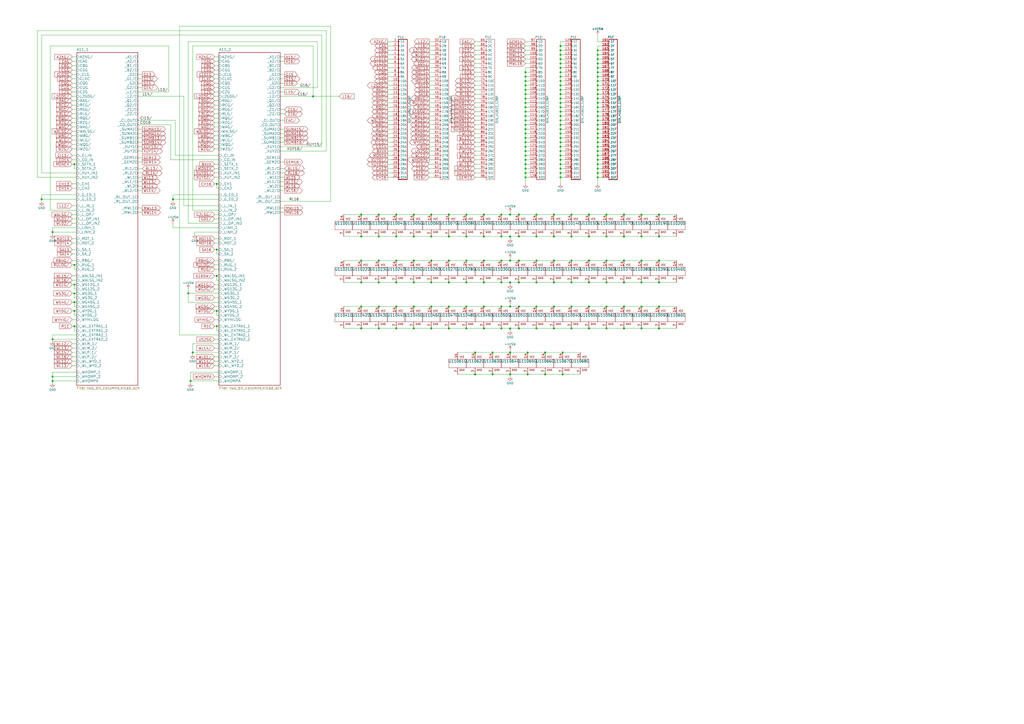
<source format=kicad_sch>
(kicad_sch (version 20211123) (generator eeschema)
  (paper "A2")
  (junction (at 351.79 124.46))
  (junction (at 275.59 217.17))
  (junction (at 304.8 41.91))
  (junction (at 346.71 64.77))
  (junction (at 270.51 151.13))
  (junction (at 304.8 87.63))
  (junction (at 250.19 177.8))
  (junction (at 280.67 190.5))
  (junction (at 290.83 177.8))
  (junction (at 304.8 82.55))
  (junction (at 306.07 204.47))
  (junction (at 270.51 163.83))
  (junction (at 304.8 74.93))
  (junction (at 325.12 97.79))
  (junction (at 346.71 80.01))
  (junction (at 260.35 163.83))
  (junction (at 30.48 134.62))
  (junction (at 295.91 190.5))
  (junction (at 290.83 151.13))
  (junction (at 304.8 62.23))
  (junction (at 325.12 87.63))
  (junction (at 260.35 177.8))
  (junction (at 382.27 177.8))
  (junction (at 270.51 177.8))
  (junction (at 325.12 54.61))
  (junction (at 326.39 217.17))
  (junction (at 43.18 189.23))
  (junction (at 290.83 137.16))
  (junction (at 280.67 124.46))
  (junction (at 24.13 115.57))
  (junction (at 346.71 54.61))
  (junction (at 304.8 80.01))
  (junction (at 219.71 190.5))
  (junction (at 240.03 137.16))
  (junction (at 346.71 41.91))
  (junction (at 250.19 137.16))
  (junction (at 325.12 62.23))
  (junction (at 295.91 177.8))
  (junction (at 321.31 137.16))
  (junction (at 341.63 177.8))
  (junction (at 346.71 44.45))
  (junction (at 275.59 204.47))
  (junction (at 209.55 124.46))
  (junction (at 125.73 180.34))
  (junction (at 250.19 190.5))
  (junction (at 209.55 190.5))
  (junction (at 325.12 64.77))
  (junction (at 331.47 163.83))
  (junction (at 240.03 190.5))
  (junction (at 295.91 163.83))
  (junction (at 270.51 190.5))
  (junction (at 304.8 46.99))
  (junction (at 325.12 69.85))
  (junction (at 304.8 72.39))
  (junction (at 311.15 163.83))
  (junction (at 30.48 218.44))
  (junction (at 250.19 151.13))
  (junction (at 346.71 74.93))
  (junction (at 325.12 57.15))
  (junction (at 260.35 137.16))
  (junction (at 280.67 137.16))
  (junction (at 311.15 124.46))
  (junction (at 372.11 137.16))
  (junction (at 209.55 163.83))
  (junction (at 351.79 137.16))
  (junction (at 325.12 59.69))
  (junction (at 346.71 97.79))
  (junction (at 240.03 151.13))
  (junction (at 361.95 151.13))
  (junction (at 316.23 204.47))
  (junction (at 321.31 151.13))
  (junction (at 321.31 177.8))
  (junction (at 270.51 124.46))
  (junction (at 250.19 124.46))
  (junction (at 341.63 190.5))
  (junction (at 304.8 77.47))
  (junction (at 304.8 64.77))
  (junction (at 300.99 124.46))
  (junction (at 341.63 124.46))
  (junction (at 290.83 163.83))
  (junction (at 219.71 137.16))
  (junction (at 331.47 137.16))
  (junction (at 372.11 124.46))
  (junction (at 311.15 177.8))
  (junction (at 325.12 102.87))
  (junction (at 181.61 55.88))
  (junction (at 346.71 36.83))
  (junction (at 361.95 124.46))
  (junction (at 346.71 39.37))
  (junction (at 346.71 82.55))
  (junction (at 295.91 151.13))
  (junction (at 290.83 190.5))
  (junction (at 361.95 163.83))
  (junction (at 270.51 137.16))
  (junction (at 325.12 31.75))
  (junction (at 125.73 144.78))
  (junction (at 346.71 34.29))
  (junction (at 30.48 220.98))
  (junction (at 300.99 190.5))
  (junction (at 346.71 90.17))
  (junction (at 346.71 31.75))
  (junction (at 311.15 151.13))
  (junction (at 372.11 190.5))
  (junction (at 325.12 85.09))
  (junction (at 229.87 190.5))
  (junction (at 331.47 177.8))
  (junction (at 219.71 151.13))
  (junction (at 260.35 151.13))
  (junction (at 321.31 124.46))
  (junction (at 43.18 170.18))
  (junction (at 316.23 217.17))
  (junction (at 240.03 177.8))
  (junction (at 372.11 177.8))
  (junction (at 260.35 190.5))
  (junction (at 304.8 57.15))
  (junction (at 325.12 34.29))
  (junction (at 361.95 190.5))
  (junction (at 346.71 95.25))
  (junction (at 325.12 49.53))
  (junction (at 43.18 153.67))
  (junction (at 260.35 124.46))
  (junction (at 306.07 217.17))
  (junction (at 346.71 59.69))
  (junction (at 304.8 69.85))
  (junction (at 209.55 137.16))
  (junction (at 326.39 204.47))
  (junction (at 346.71 85.09))
  (junction (at 219.71 124.46))
  (junction (at 382.27 151.13))
  (junction (at 321.31 163.83))
  (junction (at 109.22 170.18))
  (junction (at 30.48 196.85))
  (junction (at 346.71 77.47))
  (junction (at 325.12 39.37))
  (junction (at 325.12 74.93))
  (junction (at 346.71 69.85))
  (junction (at 304.8 92.71))
  (junction (at 351.79 177.8))
  (junction (at 250.19 163.83))
  (junction (at 43.18 175.26))
  (junction (at 325.12 72.39))
  (junction (at 111.76 204.47))
  (junction (at 325.12 90.17))
  (junction (at 43.18 180.34))
  (junction (at 295.91 204.47))
  (junction (at 304.8 97.79))
  (junction (at 346.71 92.71))
  (junction (at 229.87 177.8))
  (junction (at 304.8 95.25))
  (junction (at 311.15 190.5))
  (junction (at 100.33 115.57))
  (junction (at 300.99 151.13))
  (junction (at 382.27 137.16))
  (junction (at 300.99 163.83))
  (junction (at 346.71 67.31))
  (junction (at 346.71 100.33))
  (junction (at 304.8 52.07))
  (junction (at 229.87 151.13))
  (junction (at 346.71 87.63))
  (junction (at 295.91 217.17))
  (junction (at 325.12 92.71))
  (junction (at 125.73 189.23))
  (junction (at 290.83 124.46))
  (junction (at 304.8 102.87))
  (junction (at 325.12 67.31))
  (junction (at 43.18 95.25))
  (junction (at 240.03 124.46))
  (junction (at 382.27 124.46))
  (junction (at 346.71 52.07))
  (junction (at 351.79 190.5))
  (junction (at 346.71 57.15))
  (junction (at 304.8 90.17))
  (junction (at 209.55 177.8))
  (junction (at 325.12 44.45))
  (junction (at 361.95 177.8))
  (junction (at 304.8 67.31))
  (junction (at 351.79 163.83))
  (junction (at 325.12 77.47))
  (junction (at 285.75 204.47))
  (junction (at 219.71 163.83))
  (junction (at 229.87 137.16))
  (junction (at 346.71 62.23))
  (junction (at 295.91 137.16))
  (junction (at 304.8 49.53))
  (junction (at 295.91 124.46))
  (junction (at 219.71 177.8))
  (junction (at 346.71 49.53))
  (junction (at 331.47 124.46))
  (junction (at 341.63 137.16))
  (junction (at 346.71 46.99))
  (junction (at 325.12 80.01))
  (junction (at 361.95 137.16))
  (junction (at 341.63 163.83))
  (junction (at 325.12 41.91))
  (junction (at 325.12 26.67))
  (junction (at 240.03 163.83))
  (junction (at 304.8 59.69))
  (junction (at 331.47 190.5))
  (junction (at 300.99 177.8))
  (junction (at 304.8 44.45))
  (junction (at 280.67 177.8))
  (junction (at 346.71 72.39))
  (junction (at 125.73 106.68))
  (junction (at 321.31 190.5))
  (junction (at 372.11 163.83))
  (junction (at 325.12 46.99))
  (junction (at 325.12 29.21))
  (junction (at 325.12 36.83))
  (junction (at 280.67 163.83))
  (junction (at 304.8 100.33))
  (junction (at 304.8 85.09))
  (junction (at 351.79 151.13))
  (junction (at 331.47 151.13))
  (junction (at 229.87 124.46))
  (junction (at 125.73 160.02))
  (junction (at 280.67 151.13))
  (junction (at 341.63 151.13))
  (junction (at 300.99 137.16))
  (junction (at 346.71 102.87))
  (junction (at 229.87 163.83))
  (junction (at 346.71 29.21))
  (junction (at 209.55 151.13))
  (junction (at 372.11 151.13))
  (junction (at 285.75 217.17))
  (junction (at 325.12 82.55))
  (junction (at 43.18 165.1))
  (junction (at 304.8 54.61))
  (junction (at 325.12 100.33))
  (junction (at 311.15 137.16))
  (junction (at 382.27 163.83))
  (junction (at 382.27 190.5))
  (junction (at 325.12 52.07))
  (junction (at 325.12 95.25))
  (junction (at 110.49 220.98))
  (wire (pts (xy 127 66.04) (xy 124.46 66.04)))
  (wire (pts (xy 165.1 80.01) (xy 162.56 80.01)))
  (wire (pts (xy 30.48 220.98) (xy 30.48 222.25)))
  (wire (pts (xy 290.83 177.8) (xy 295.91 177.8)))
  (wire (pts (xy 295.91 137.16) (xy 300.99 137.16)))
  (wire (pts (xy 162.56 110.49) (xy 165.1 110.49)))
  (wire (pts (xy 80.01 80.01) (xy 82.55 80.01)))
  (wire (pts (xy 325.12 59.69) (xy 327.66 59.69)))
  (wire (pts (xy 44.45 106.68) (xy 41.91 106.68)))
  (wire (pts (xy 304.8 62.23) (xy 307.34 62.23)))
  (wire (pts (xy 325.12 36.83) (xy 327.66 36.83)))
  (wire (pts (xy 325.12 102.87) (xy 325.12 106.68)))
  (wire (pts (xy 80.01 93.98) (xy 82.55 93.98)))
  (wire (pts (xy 41.91 189.23) (xy 43.18 189.23)))
  (wire (pts (xy 251.46 97.79) (xy 248.92 97.79)))
  (wire (pts (xy 325.12 77.47) (xy 325.12 80.01)))
  (wire (pts (xy 372.11 124.46) (xy 382.27 124.46)))
  (wire (pts (xy 111.76 26.67) (xy 111.76 121.92)))
  (wire (pts (xy 321.31 163.83) (xy 331.47 163.83)))
  (wire (pts (xy 41.91 165.1) (xy 43.18 165.1)))
  (wire (pts (xy 44.45 220.98) (xy 30.48 220.98)))
  (wire (pts (xy 21.59 102.87) (xy 44.45 102.87)))
  (wire (pts (xy 304.8 57.15) (xy 304.8 59.69)))
  (wire (pts (xy 127 218.44) (xy 124.46 218.44)))
  (wire (pts (xy 372.11 177.8) (xy 382.27 177.8)))
  (wire (pts (xy 227.33 24.13) (xy 224.79 24.13)))
  (wire (pts (xy 189.23 87.63) (xy 189.23 17.78)))
  (wire (pts (xy 162.56 82.55) (xy 165.1 82.55)))
  (wire (pts (xy 125.73 109.22) (xy 127 109.22)))
  (wire (pts (xy 80.01 85.09) (xy 82.55 85.09)))
  (wire (pts (xy 346.71 31.75) (xy 349.25 31.75)))
  (wire (pts (xy 346.71 100.33) (xy 346.71 102.87)))
  (wire (pts (xy 124.46 95.25) (xy 127 95.25)))
  (wire (pts (xy 227.33 62.23) (xy 224.79 62.23)))
  (wire (pts (xy 219.71 137.16) (xy 229.87 137.16)))
  (wire (pts (xy 251.46 102.87) (xy 248.92 102.87)))
  (wire (pts (xy 227.33 59.69) (xy 224.79 59.69)))
  (wire (pts (xy 80.01 120.65) (xy 82.55 120.65)))
  (wire (pts (xy 361.95 151.13) (xy 372.11 151.13)))
  (wire (pts (xy 326.39 204.47) (xy 336.55 204.47)))
  (wire (pts (xy 290.83 124.46) (xy 295.91 124.46)))
  (wire (pts (xy 304.8 52.07) (xy 307.34 52.07)))
  (wire (pts (xy 250.19 190.5) (xy 260.35 190.5)))
  (wire (pts (xy 30.48 132.08) (xy 30.48 134.62)))
  (wire (pts (xy 186.69 85.09) (xy 186.69 20.32)))
  (wire (pts (xy 304.8 64.77) (xy 307.34 64.77)))
  (wire (pts (xy 21.59 17.78) (xy 21.59 102.87)))
  (wire (pts (xy 80.01 100.33) (xy 82.55 100.33)))
  (wire (pts (xy 331.47 137.16) (xy 341.63 137.16)))
  (wire (pts (xy 127 162.56) (xy 125.73 162.56)))
  (wire (pts (xy 44.45 199.39) (xy 41.91 199.39)))
  (wire (pts (xy 127 71.12) (xy 124.46 71.12)))
  (wire (pts (xy 346.71 54.61) (xy 346.71 57.15)))
  (wire (pts (xy 316.23 217.17) (xy 326.39 217.17)))
  (wire (pts (xy 219.71 177.8) (xy 229.87 177.8)))
  (wire (pts (xy 280.67 177.8) (xy 290.83 177.8)))
  (wire (pts (xy 304.8 74.93) (xy 307.34 74.93)))
  (wire (pts (xy 325.12 82.55) (xy 327.66 82.55)))
  (wire (pts (xy 162.56 55.88) (xy 181.61 55.88)))
  (wire (pts (xy 372.11 190.5) (xy 382.27 190.5)))
  (wire (pts (xy 44.45 43.18) (xy 41.91 43.18)))
  (wire (pts (xy 100.33 132.08) (xy 100.33 129.54)))
  (wire (pts (xy 227.33 82.55) (xy 224.79 82.55)))
  (wire (pts (xy 43.18 156.21) (xy 44.45 156.21)))
  (wire (pts (xy 240.03 137.16) (xy 250.19 137.16)))
  (wire (pts (xy 304.8 74.93) (xy 304.8 77.47)))
  (wire (pts (xy 44.45 209.55) (xy 41.91 209.55)))
  (wire (pts (xy 325.12 97.79) (xy 327.66 97.79)))
  (wire (pts (xy 162.56 97.79) (xy 165.1 97.79)))
  (wire (pts (xy 127 124.46) (xy 124.46 124.46)))
  (wire (pts (xy 43.18 95.25) (xy 43.18 97.79)))
  (wire (pts (xy 44.45 78.74) (xy 41.91 78.74)))
  (wire (pts (xy 44.45 33.02) (xy 41.91 33.02)))
  (wire (pts (xy 295.91 163.83) (xy 300.99 163.83)))
  (wire (pts (xy 278.13 26.67) (xy 275.59 26.67)))
  (wire (pts (xy 325.12 41.91) (xy 327.66 41.91)))
  (wire (pts (xy 162.56 120.65) (xy 165.1 120.65)))
  (wire (pts (xy 227.33 26.67) (xy 224.79 26.67)))
  (wire (pts (xy 44.45 138.43) (xy 41.91 138.43)))
  (wire (pts (xy 260.35 190.5) (xy 270.51 190.5)))
  (wire (pts (xy 351.79 124.46) (xy 361.95 124.46)))
  (wire (pts (xy 290.83 137.16) (xy 295.91 137.16)))
  (wire (pts (xy 227.33 29.21) (xy 224.79 29.21)))
  (wire (pts (xy 227.33 72.39) (xy 224.79 72.39)))
  (wire (pts (xy 304.8 92.71) (xy 307.34 92.71)))
  (wire (pts (xy 346.71 74.93) (xy 346.71 77.47)))
  (wire (pts (xy 304.8 57.15) (xy 307.34 57.15)))
  (wire (pts (xy 127 48.26) (xy 124.46 48.26)))
  (wire (pts (xy 227.33 92.71) (xy 224.79 92.71)))
  (wire (pts (xy 325.12 74.93) (xy 327.66 74.93)))
  (wire (pts (xy 44.45 204.47) (xy 41.91 204.47)))
  (wire (pts (xy 295.91 217.17) (xy 295.91 218.44)))
  (wire (pts (xy 372.11 137.16) (xy 382.27 137.16)))
  (wire (pts (xy 270.51 137.16) (xy 280.67 137.16)))
  (wire (pts (xy 127 55.88) (xy 124.46 55.88)))
  (wire (pts (xy 280.67 190.5) (xy 290.83 190.5)))
  (wire (pts (xy 106.68 55.88) (xy 106.68 119.38)))
  (wire (pts (xy 346.71 85.09) (xy 346.71 87.63)))
  (wire (pts (xy 346.71 97.79) (xy 346.71 100.33)))
  (wire (pts (xy 304.8 49.53) (xy 307.34 49.53)))
  (wire (pts (xy 127 76.2) (xy 124.46 76.2)))
  (wire (pts (xy 260.35 163.83) (xy 270.51 163.83)))
  (wire (pts (xy 346.71 87.63) (xy 346.71 90.17)))
  (wire (pts (xy 325.12 82.55) (xy 325.12 85.09)))
  (wire (pts (xy 346.71 62.23) (xy 349.25 62.23)))
  (wire (pts (xy 290.83 163.83) (xy 295.91 163.83)))
  (wire (pts (xy 227.33 80.01) (xy 224.79 80.01)))
  (wire (pts (xy 346.71 82.55) (xy 349.25 82.55)))
  (wire (pts (xy 351.79 151.13) (xy 361.95 151.13)))
  (wire (pts (xy 248.92 77.47) (xy 251.46 77.47)))
  (wire (pts (xy 325.12 29.21) (xy 327.66 29.21)))
  (wire (pts (xy 44.45 73.66) (xy 41.91 73.66)))
  (wire (pts (xy 321.31 124.46) (xy 331.47 124.46)))
  (wire (pts (xy 251.46 39.37) (xy 248.92 39.37)))
  (wire (pts (xy 295.91 151.13) (xy 300.99 151.13)))
  (wire (pts (xy 44.45 48.26) (xy 41.91 48.26)))
  (wire (pts (xy 325.12 95.25) (xy 327.66 95.25)))
  (wire (pts (xy 127 81.28) (xy 124.46 81.28)))
  (wire (pts (xy 346.71 80.01) (xy 349.25 80.01)))
  (wire (pts (xy 346.71 69.85) (xy 349.25 69.85)))
  (wire (pts (xy 124.46 144.78) (xy 125.73 144.78)))
  (wire (pts (xy 127 134.62) (xy 113.03 134.62)))
  (wire (pts (xy 304.8 69.85) (xy 307.34 69.85)))
  (wire (pts (xy 80.01 72.39) (xy 99.06 72.39)))
  (wire (pts (xy 325.12 52.07) (xy 325.12 54.61)))
  (wire (pts (xy 278.13 92.71) (xy 275.59 92.71)))
  (wire (pts (xy 346.71 72.39) (xy 349.25 72.39)))
  (wire (pts (xy 278.13 52.07) (xy 275.59 52.07)))
  (wire (pts (xy 44.45 132.08) (xy 30.48 132.08)))
  (wire (pts (xy 127 100.33) (xy 124.46 100.33)))
  (wire (pts (xy 127 207.01) (xy 124.46 207.01)))
  (wire (pts (xy 260.35 124.46) (xy 270.51 124.46)))
  (wire (pts (xy 30.48 134.62) (xy 30.48 135.89)))
  (wire (pts (xy 224.79 90.17) (xy 227.33 90.17)))
  (wire (pts (xy 346.71 92.71) (xy 346.71 95.25)))
  (wire (pts (xy 325.12 31.75) (xy 325.12 34.29)))
  (wire (pts (xy 361.95 177.8) (xy 372.11 177.8)))
  (wire (pts (xy 162.56 77.47) (xy 165.1 77.47)))
  (wire (pts (xy 270.51 177.8) (xy 280.67 177.8)))
  (wire (pts (xy 290.83 190.5) (xy 295.91 190.5)))
  (wire (pts (xy 191.77 116.84) (xy 191.77 15.24)))
  (wire (pts (xy 162.56 116.84) (xy 191.77 116.84)))
  (wire (pts (xy 124.46 97.79) (xy 127 97.79)))
  (wire (pts (xy 43.18 175.26) (xy 44.45 175.26)))
  (wire (pts (xy 125.73 180.34) (xy 125.73 182.88)))
  (wire (pts (xy 382.27 151.13) (xy 392.43 151.13)))
  (wire (pts (xy 346.71 64.77) (xy 346.71 67.31)))
  (wire (pts (xy 44.45 81.28) (xy 41.91 81.28)))
  (wire (pts (xy 127 199.39) (xy 111.76 199.39)))
  (wire (pts (xy 127 140.97) (xy 124.46 140.97)))
  (wire (pts (xy 341.63 151.13) (xy 351.79 151.13)))
  (wire (pts (xy 125.73 162.56) (xy 125.73 160.02)))
  (wire (pts (xy 304.8 44.45) (xy 307.34 44.45)))
  (wire (pts (xy 44.45 144.78) (xy 41.91 144.78)))
  (wire (pts (xy 251.46 80.01) (xy 248.92 80.01)))
  (wire (pts (xy 127 177.8) (xy 124.46 177.8)))
  (wire (pts (xy 304.8 67.31) (xy 304.8 69.85)))
  (wire (pts (xy 219.71 151.13) (xy 229.87 151.13)))
  (wire (pts (xy 341.63 137.16) (xy 351.79 137.16)))
  (wire (pts (xy 251.46 82.55) (xy 248.92 82.55)))
  (wire (pts (xy 325.12 87.63) (xy 327.66 87.63)))
  (wire (pts (xy 127 58.42) (xy 124.46 58.42)))
  (wire (pts (xy 346.71 57.15) (xy 346.71 59.69)))
  (wire (pts (xy 278.13 67.31) (xy 275.59 67.31)))
  (wire (pts (xy 229.87 177.8) (xy 240.03 177.8)))
  (wire (pts (xy 346.71 67.31) (xy 346.71 69.85)))
  (wire (pts (xy 199.39 124.46) (xy 209.55 124.46)))
  (wire (pts (xy 219.71 190.5) (xy 229.87 190.5)))
  (wire (pts (xy 227.33 39.37) (xy 224.79 39.37)))
  (wire (pts (xy 304.8 82.55) (xy 304.8 85.09)))
  (wire (pts (xy 346.71 102.87) (xy 346.71 106.68)))
  (wire (pts (xy 44.45 68.58) (xy 41.91 68.58)))
  (wire (pts (xy 251.46 87.63) (xy 248.92 87.63)))
  (wire (pts (xy 125.73 144.78) (xy 127 144.78)))
  (wire (pts (xy 346.71 57.15) (xy 349.25 57.15)))
  (wire (pts (xy 191.77 15.24) (xy 104.14 15.24)))
  (wire (pts (xy 278.13 64.77) (xy 275.59 64.77)))
  (wire (pts (xy 325.12 74.93) (xy 325.12 77.47)))
  (wire (pts (xy 127 196.85) (xy 124.46 196.85)))
  (wire (pts (xy 325.12 46.99) (xy 327.66 46.99)))
  (wire (pts (xy 346.71 29.21) (xy 346.71 31.75)))
  (wire (pts (xy 41.91 180.34) (xy 43.18 180.34)))
  (wire (pts (xy 346.71 39.37) (xy 349.25 39.37)))
  (wire (pts (xy 382.27 163.83) (xy 392.43 163.83)))
  (wire (pts (xy 127 78.74) (xy 124.46 78.74)))
  (wire (pts (xy 44.45 119.38) (xy 41.91 119.38)))
  (wire (pts (xy 227.33 34.29) (xy 224.79 34.29)))
  (wire (pts (xy 251.46 34.29) (xy 248.92 34.29)))
  (wire (pts (xy 346.71 41.91) (xy 346.71 44.45)))
  (wire (pts (xy 346.71 52.07) (xy 349.25 52.07)))
  (wire (pts (xy 251.46 95.25) (xy 248.92 95.25)))
  (wire (pts (xy 325.12 67.31) (xy 325.12 69.85)))
  (wire (pts (xy 325.12 64.77) (xy 327.66 64.77)))
  (wire (pts (xy 251.46 31.75) (xy 248.92 31.75)))
  (wire (pts (xy 250.19 151.13) (xy 260.35 151.13)))
  (wire (pts (xy 189.23 17.78) (xy 21.59 17.78)))
  (wire (pts (xy 270.51 163.83) (xy 280.67 163.83)))
  (wire (pts (xy 346.71 90.17) (xy 346.71 92.71)))
  (wire (pts (xy 44.45 129.54) (xy 41.91 129.54)))
  (wire (pts (xy 278.13 80.01) (xy 275.59 80.01)))
  (wire (pts (xy 24.13 20.32) (xy 24.13 100.33)))
  (wire (pts (xy 165.1 123.19) (xy 162.56 123.19)))
  (wire (pts (xy 285.75 217.17) (xy 295.91 217.17)))
  (wire (pts (xy 260.35 137.16) (xy 270.51 137.16)))
  (wire (pts (xy 199.39 151.13) (xy 209.55 151.13)))
  (wire (pts (xy 372.11 163.83) (xy 382.27 163.83)))
  (wire (pts (xy 127 212.09) (xy 124.46 212.09)))
  (wire (pts (xy 300.99 137.16) (xy 311.15 137.16)))
  (wire (pts (xy 99.06 92.71) (xy 127 92.71)))
  (wire (pts (xy 346.71 31.75) (xy 346.71 34.29)))
  (wire (pts (xy 162.56 93.98) (xy 165.1 93.98)))
  (wire (pts (xy 295.91 190.5) (xy 295.91 191.77)))
  (wire (pts (xy 346.71 49.53) (xy 349.25 49.53)))
  (wire (pts (xy 111.76 204.47) (xy 111.76 205.74)))
  (wire (pts (xy 325.12 36.83) (xy 325.12 39.37)))
  (wire (pts (xy 304.8 36.83) (xy 307.34 36.83)))
  (wire (pts (xy 181.61 55.88) (xy 196.85 55.88)))
  (wire (pts (xy 29.21 26.67) (xy 29.21 121.92)))
  (wire (pts (xy 227.33 54.61) (xy 224.79 54.61)))
  (wire (pts (xy 251.46 49.53) (xy 248.92 49.53)))
  (wire (pts (xy 127 60.96) (xy 124.46 60.96)))
  (wire (pts (xy 109.22 175.26) (xy 127 175.26)))
  (wire (pts (xy 127 102.87) (xy 124.46 102.87)))
  (wire (pts (xy 44.45 71.12) (xy 41.91 71.12)))
  (wire (pts (xy 346.71 26.67) (xy 346.71 29.21)))
  (wire (pts (xy 229.87 190.5) (xy 240.03 190.5)))
  (wire (pts (xy 162.56 66.04) (xy 165.1 66.04)))
  (wire (pts (xy 346.71 77.47) (xy 349.25 77.47)))
  (wire (pts (xy 127 50.8) (xy 124.46 50.8)))
  (wire (pts (xy 346.71 92.71) (xy 349.25 92.71)))
  (wire (pts (xy 278.13 87.63) (xy 275.59 87.63)))
  (wire (pts (xy 43.18 189.23) (xy 44.45 189.23)))
  (wire (pts (xy 251.46 46.99) (xy 248.92 46.99)))
  (wire (pts (xy 325.12 34.29) (xy 327.66 34.29)))
  (wire (pts (xy 304.8 64.77) (xy 304.8 67.31)))
  (wire (pts (xy 325.12 72.39) (xy 325.12 74.93)))
  (wire (pts (xy 321.31 151.13) (xy 331.47 151.13)))
  (wire (pts (xy 127 43.18) (xy 124.46 43.18)))
  (wire (pts (xy 304.8 39.37) (xy 304.8 41.91)))
  (wire (pts (xy 341.63 163.83) (xy 351.79 163.83)))
  (wire (pts (xy 278.13 100.33) (xy 275.59 100.33)))
  (wire (pts (xy 162.56 105.41) (xy 165.1 105.41)))
  (wire (pts (xy 127 45.72) (xy 124.46 45.72)))
  (wire (pts (xy 113.03 134.62) (xy 113.03 135.89)))
  (wire (pts (xy 110.49 215.9) (xy 127 215.9)))
  (wire (pts (xy 346.71 82.55) (xy 346.71 85.09)))
  (wire (pts (xy 162.56 87.63) (xy 189.23 87.63)))
  (wire (pts (xy 80.01 43.18) (xy 82.55 43.18)))
  (wire (pts (xy 250.19 163.83) (xy 260.35 163.83)))
  (wire (pts (xy 295.91 203.2) (xy 295.91 204.47)))
  (wire (pts (xy 325.12 85.09) (xy 325.12 87.63)))
  (wire (pts (xy 44.45 40.64) (xy 41.91 40.64)))
  (wire (pts (xy 127 209.55) (xy 124.46 209.55)))
  (wire (pts (xy 227.33 67.31) (xy 224.79 67.31)))
  (wire (pts (xy 304.8 80.01) (xy 304.8 82.55)))
  (wire (pts (xy 251.46 57.15) (xy 248.92 57.15)))
  (wire (pts (xy 248.92 67.31) (xy 251.46 67.31)))
  (wire (pts (xy 44.45 160.02) (xy 41.91 160.02)))
  (wire (pts (xy 127 115.57) (xy 100.33 115.57)))
  (wire (pts (xy 24.13 113.03) (xy 24.13 115.57)))
  (wire (pts (xy 80.01 82.55) (xy 82.55 82.55)))
  (wire (pts (xy 295.91 204.47) (xy 306.07 204.47)))
  (wire (pts (xy 325.12 97.79) (xy 325.12 100.33)))
  (wire (pts (xy 304.8 62.23) (xy 304.8 64.77)))
  (wire (pts (xy 44.45 58.42) (xy 41.91 58.42)))
  (wire (pts (xy 44.45 201.93) (xy 41.91 201.93)))
  (wire (pts (xy 382.27 137.16) (xy 392.43 137.16)))
  (wire (pts (xy 304.8 41.91) (xy 304.8 44.45)))
  (wire (pts (xy 186.69 20.32) (xy 24.13 20.32)))
  (wire (pts (xy 44.45 86.36) (xy 41.91 86.36)))
  (wire (pts (xy 80.01 53.34) (xy 97.79 53.34)))
  (wire (pts (xy 104.14 15.24) (xy 104.14 194.31)))
  (wire (pts (xy 44.45 76.2) (xy 41.91 76.2)))
  (wire (pts (xy 325.12 59.69) (xy 325.12 62.23)))
  (wire (pts (xy 304.8 87.63) (xy 304.8 90.17)))
  (wire (pts (xy 278.13 36.83) (xy 275.59 36.83)))
  (wire (pts (xy 346.71 59.69) (xy 346.71 62.23)))
  (wire (pts (xy 219.71 163.83) (xy 229.87 163.83)))
  (wire (pts (xy 100.33 113.03) (xy 100.33 115.57)))
  (wire (pts (xy 227.33 46.99) (xy 224.79 46.99)))
  (wire (pts (xy 80.01 74.93) (xy 82.55 74.93)))
  (wire (pts (xy 209.55 124.46) (xy 219.71 124.46)))
  (wire (pts (xy 44.45 90.17) (xy 41.91 90.17)))
  (wire (pts (xy 346.71 85.09) (xy 349.25 85.09)))
  (wire (pts (xy 80.01 50.8) (xy 82.55 50.8)))
  (wire (pts (xy 251.46 41.91) (xy 248.92 41.91)))
  (wire (pts (xy 240.03 151.13) (xy 250.19 151.13)))
  (wire (pts (xy 311.15 177.8) (xy 321.31 177.8)))
  (wire (pts (xy 295.91 123.19) (xy 295.91 124.46)))
  (wire (pts (xy 124.46 165.1) (xy 127 165.1)))
  (wire (pts (xy 44.45 218.44) (xy 30.48 218.44)))
  (wire (pts (xy 43.18 170.18) (xy 44.45 170.18)))
  (wire (pts (xy 280.67 124.46) (xy 290.83 124.46)))
  (wire (pts (xy 109.22 129.54) (xy 127 129.54)))
  (wire (pts (xy 306.07 204.47) (xy 316.23 204.47)))
  (wire (pts (xy 227.33 100.33) (xy 224.79 100.33)))
  (wire (pts (xy 325.12 44.45) (xy 325.12 46.99)))
  (wire (pts (xy 278.13 46.99) (xy 275.59 46.99)))
  (wire (pts (xy 127 204.47) (xy 111.76 204.47)))
  (wire (pts (xy 251.46 26.67) (xy 248.92 26.67)))
  (wire (pts (xy 325.12 90.17) (xy 325.12 92.71)))
  (wire (pts (xy 199.39 177.8) (xy 209.55 177.8)))
  (wire (pts (xy 251.46 54.61) (xy 248.92 54.61)))
  (wire (pts (xy 331.47 190.5) (xy 341.63 190.5)))
  (wire (pts (xy 278.13 77.47) (xy 275.59 77.47)))
  (wire (pts (xy 304.8 90.17) (xy 307.34 90.17)))
  (wire (pts (xy 346.71 39.37) (xy 346.71 41.91)))
  (wire (pts (xy 275.59 217.17) (xy 285.75 217.17)))
  (wire (pts (xy 295.91 163.83) (xy 295.91 165.1)))
  (wire (pts (xy 325.12 34.29) (xy 325.12 36.83)))
  (wire (pts (xy 251.46 90.17) (xy 248.92 90.17)))
  (wire (pts (xy 251.46 36.83) (xy 248.92 36.83)))
  (wire (pts (xy 325.12 69.85) (xy 325.12 72.39)))
  (wire (pts (xy 44.45 60.96) (xy 41.91 60.96)))
  (wire (pts (xy 325.12 87.63) (xy 325.12 90.17)))
  (wire (pts (xy 325.12 80.01) (xy 325.12 82.55)))
  (wire (pts (xy 127 191.77) (xy 125.73 191.77)))
  (wire (pts (xy 311.15 137.16) (xy 321.31 137.16)))
  (wire (pts (xy 127 86.36) (xy 124.46 86.36)))
  (wire (pts (xy 125.73 191.77) (xy 125.73 189.23)))
  (wire (pts (xy 44.45 147.32) (xy 41.91 147.32)))
  (wire (pts (xy 248.92 62.23) (xy 251.46 62.23)))
  (wire (pts (xy 304.8 59.69) (xy 307.34 59.69)))
  (wire (pts (xy 209.55 177.8) (xy 219.71 177.8)))
  (wire (pts (xy 260.35 177.8) (xy 270.51 177.8)))
  (wire (pts (xy 124.46 153.67) (xy 127 153.67)))
  (wire (pts (xy 346.71 97.79) (xy 349.25 97.79)))
  (wire (pts (xy 304.8 31.75) (xy 307.34 31.75)))
  (wire (pts (xy 227.33 52.07) (xy 224.79 52.07)))
  (wire (pts (xy 44.45 113.03) (xy 24.13 113.03)))
  (wire (pts (xy 125.73 182.88) (xy 127 182.88)))
  (wire (pts (xy 250.19 177.8) (xy 260.35 177.8)))
  (wire (pts (xy 248.92 59.69) (xy 251.46 59.69)))
  (wire (pts (xy 248.92 64.77) (xy 251.46 64.77)))
  (wire (pts (xy 341.63 190.5) (xy 351.79 190.5)))
  (wire (pts (xy 325.12 31.75) (xy 327.66 31.75)))
  (wire (pts (xy 331.47 163.83) (xy 341.63 163.83)))
  (wire (pts (xy 229.87 151.13) (xy 240.03 151.13)))
  (wire (pts (xy 295.91 190.5) (xy 300.99 190.5)))
  (wire (pts (xy 325.12 72.39) (xy 327.66 72.39)))
  (wire (pts (xy 162.56 74.93) (xy 165.1 74.93)))
  (wire (pts (xy 43.18 153.67) (xy 44.45 153.67)))
  (wire (pts (xy 361.95 190.5) (xy 372.11 190.5)))
  (wire (pts (xy 127 201.93) (xy 124.46 201.93)))
  (wire (pts (xy 382.27 177.8) (xy 392.43 177.8)))
  (wire (pts (xy 209.55 190.5) (xy 219.71 190.5)))
  (wire (pts (xy 111.76 199.39) (xy 111.76 204.47)))
  (wire (pts (xy 304.8 49.53) (xy 304.8 52.07)))
  (wire (pts (xy 110.49 220.98) (xy 110.49 222.25)))
  (wire (pts (xy 162.56 102.87) (xy 165.1 102.87)))
  (wire (pts (xy 125.73 106.68) (xy 127 106.68)))
  (wire (pts (xy 248.92 74.93) (xy 251.46 74.93)))
  (wire (pts (xy 304.8 77.47) (xy 304.8 80.01)))
  (wire (pts (xy 290.83 151.13) (xy 295.91 151.13)))
  (wire (pts (xy 311.15 163.83) (xy 321.31 163.83)))
  (wire (pts (xy 227.33 31.75) (xy 224.79 31.75)))
  (wire (pts (xy 346.71 62.23) (xy 346.71 64.77)))
  (wire (pts (xy 127 220.98) (xy 110.49 220.98)))
  (wire (pts (xy 229.87 124.46) (xy 240.03 124.46)))
  (wire (pts (xy 43.18 180.34) (xy 44.45 180.34)))
  (wire (pts (xy 346.71 72.39) (xy 346.71 74.93)))
  (wire (pts (xy 127 35.56) (xy 124.46 35.56)))
  (wire (pts (xy 278.13 95.25) (xy 275.59 95.25)))
  (wire (pts (xy 162.56 63.5) (xy 165.1 63.5)))
  (wire (pts (xy 304.8 82.55) (xy 307.34 82.55)))
  (wire (pts (xy 44.45 191.77) (xy 43.18 191.77)))
  (wire (pts (xy 162.56 69.85) (xy 165.1 69.85)))
  (wire (pts (xy 325.12 92.71) (xy 325.12 95.25)))
  (wire (pts (xy 278.13 57.15) (xy 275.59 57.15)))
  (wire (pts (xy 325.12 77.47) (xy 327.66 77.47)))
  (wire (pts (xy 346.71 36.83) (xy 346.71 39.37)))
  (wire (pts (xy 109.22 170.18) (xy 109.22 175.26)))
  (wire (pts (xy 295.91 137.16) (xy 295.91 138.43)))
  (wire (pts (xy 278.13 97.79) (xy 275.59 97.79)))
  (wire (pts (xy 278.13 24.13) (xy 275.59 24.13)))
  (wire (pts (xy 251.46 52.07) (xy 248.92 52.07)))
  (wire (pts (xy 199.39 137.16) (xy 209.55 137.16)))
  (wire (pts (xy 278.13 29.21) (xy 275.59 29.21)))
  (wire (pts (xy 346.71 64.77) (xy 349.25 64.77)))
  (wire (pts (xy 227.33 44.45) (xy 224.79 44.45)))
  (wire (pts (xy 250.19 124.46) (xy 260.35 124.46)))
  (wire (pts (xy 325.12 92.71) (xy 327.66 92.71)))
  (wire (pts (xy 278.13 102.87) (xy 275.59 102.87)))
  (wire (pts (xy 304.8 59.69) (xy 304.8 62.23)))
  (wire (pts (xy 251.46 92.71) (xy 248.92 92.71)))
  (wire (pts (xy 44.45 134.62) (xy 30.48 134.62)))
  (wire (pts (xy 325.12 102.87) (xy 327.66 102.87)))
  (wire (pts (xy 307.34 26.67) (xy 304.8 26.67)))
  (wire (pts (xy 41.91 175.26) (xy 43.18 175.26)))
  (wire (pts (xy 41.91 170.18) (xy 43.18 170.18)))
  (wire (pts (xy 325.12 39.37) (xy 327.66 39.37)))
  (wire (pts (xy 240.03 177.8) (xy 250.19 177.8)))
  (wire (pts (xy 227.33 36.83) (xy 224.79 36.83)))
  (wire (pts (xy 346.71 67.31) (xy 349.25 67.31)))
  (wire (pts (xy 304.8 72.39) (xy 304.8 74.93)))
  (wire (pts (xy 285.75 204.47) (xy 295.91 204.47)))
  (wire (pts (xy 43.18 95.25) (xy 44.45 95.25)))
  (wire (pts (xy 278.13 31.75) (xy 275.59 31.75)))
  (wire (pts (xy 346.71 24.13) (xy 346.71 20.32)))
  (wire (pts (xy 346.71 69.85) (xy 346.71 72.39)))
  (wire (pts (xy 125.73 189.23) (xy 127 189.23)))
  (wire (pts (xy 346.71 54.61) (xy 349.25 54.61)))
  (wire (pts (xy 227.33 69.85) (xy 224.79 69.85)))
  (wire (pts (xy 300.99 177.8) (xy 311.15 177.8)))
  (wire (pts (xy 346.71 95.25) (xy 349.25 95.25)))
  (wire (pts (xy 325.12 44.45) (xy 327.66 44.45)))
  (wire (pts (xy 43.18 153.67) (xy 43.18 156.21)))
  (wire (pts (xy 44.45 55.88) (xy 41.91 55.88)))
  (wire (pts (xy 184.15 24.13) (xy 109.22 24.13)))
  (wire (pts (xy 295.91 124.46) (xy 300.99 124.46)))
  (wire (pts (xy 349.25 29.21) (xy 346.71 29.21)))
  (wire (pts (xy 227.33 77.47) (xy 224.79 77.47)))
  (wire (pts (xy 109.22 167.64) (xy 109.22 170.18)))
  (wire (pts (xy 331.47 124.46) (xy 341.63 124.46)))
  (wire (pts (xy 325.12 57.15) (xy 327.66 57.15)))
  (wire (pts (xy 127 33.02) (xy 124.46 33.02)))
  (wire (pts (xy 109.22 24.13) (xy 109.22 129.54)))
  (wire (pts (xy 382.27 190.5) (xy 392.43 190.5)))
  (wire (pts (xy 44.45 45.72) (xy 41.91 45.72)))
  (wire (pts (xy 351.79 163.83) (xy 361.95 163.83)))
  (wire (pts (xy 127 40.64) (xy 124.46 40.64)))
  (wire (pts (xy 30.48 215.9) (xy 44.45 215.9)))
  (wire (pts (xy 304.8 41.91) (xy 307.34 41.91)))
  (wire (pts (xy 125.73 180.34) (xy 127 180.34)))
  (wire (pts (xy 311.15 190.5) (xy 321.31 190.5)))
  (wire (pts (xy 304.8 67.31) (xy 307.34 67.31)))
  (wire (pts (xy 372.11 151.13) (xy 382.27 151.13)))
  (wire (pts (xy 304.8 44.45) (xy 304.8 46.99)))
  (wire (pts (xy 327.66 26.67) (xy 325.12 26.67)))
  (wire (pts (xy 346.71 80.01) (xy 346.71 82.55)))
  (wire (pts (xy 325.12 49.53) (xy 325.12 52.07)))
  (wire (pts (xy 278.13 49.53) (xy 275.59 49.53)))
  (wire (pts (xy 227.33 49.53) (xy 224.79 49.53)))
  (wire (pts (xy 311.15 124.46) (xy 321.31 124.46)))
  (wire (pts (xy 97.79 53.34) (xy 97.79 26.67)))
  (wire (pts (xy 41.91 153.67) (xy 43.18 153.67)))
  (wire (pts (xy 44.45 212.09) (xy 41.91 212.09)))
  (wire (pts (xy 44.45 185.42) (xy 41.91 185.42)))
  (wire (pts (xy 80.01 107.95) (xy 82.55 107.95)))
  (wire (pts (xy 44.45 66.04) (xy 41.91 66.04)))
  (wire (pts (xy 227.33 95.25) (xy 224.79 95.25)))
  (wire (pts (xy 219.71 124.46) (xy 229.87 124.46)))
  (wire (pts (xy 278.13 82.55) (xy 275.59 82.55)))
  (wire (pts (xy 124.46 106.68) (xy 125.73 106.68)))
  (wire (pts (xy 304.8 97.79) (xy 304.8 100.33)))
  (wire (pts (xy 251.46 24.13) (xy 248.92 24.13)))
  (wire (pts (xy 325.12 46.99) (xy 325.12 49.53)))
  (wire (pts (xy 326.39 217.17) (xy 336.55 217.17)))
  (wire (pts (xy 44.45 124.46) (xy 41.91 124.46)))
  (wire (pts (xy 278.13 41.91) (xy 275.59 41.91)))
  (wire (pts (xy 278.13 44.45) (xy 275.59 44.45)))
  (wire (pts (xy 227.33 41.91) (xy 224.79 41.91)))
  (wire (pts (xy 181.61 55.88) (xy 181.61 26.67)))
  (wire (pts (xy 278.13 72.39) (xy 275.59 72.39)))
  (wire (pts (xy 240.03 163.83) (xy 250.19 163.83)))
  (wire (pts (xy 304.8 46.99) (xy 304.8 49.53)))
  (wire (pts (xy 127 83.82) (xy 124.46 83.82)))
  (wire (pts (xy 278.13 62.23) (xy 275.59 62.23)))
  (wire (pts (xy 106.68 119.38) (xy 127 119.38)))
  (wire (pts (xy 382.27 124.46) (xy 392.43 124.46)))
  (wire (pts (xy 30.48 218.44) (xy 30.48 220.98)))
  (wire (pts (xy 325.12 95.25) (xy 325.12 97.79)))
  (wire (pts (xy 275.59 204.47) (xy 285.75 204.47)))
  (wire (pts (xy 346.71 44.45) (xy 346.71 46.99)))
  (wire (pts (xy 278.13 59.69) (xy 275.59 59.69)))
  (wire (pts (xy 111.76 121.92) (xy 127 121.92)))
  (wire (pts (xy 351.79 190.5) (xy 361.95 190.5)))
  (wire (pts (xy 325.12 24.13) (xy 325.12 26.67)))
  (wire (pts (xy 311.15 151.13) (xy 321.31 151.13)))
  (wire (pts (xy 325.12 57.15) (xy 325.12 59.69)))
  (wire (pts (xy 127 53.34) (xy 124.46 53.34)))
  (wire (pts (xy 251.46 100.33) (xy 248.92 100.33)))
  (wire (pts (xy 304.8 54.61) (xy 304.8 57.15)))
  (wire (pts (xy 251.46 29.21) (xy 248.92 29.21)))
  (wire (pts (xy 43.18 191.77) (xy 43.18 189.23)))
  (wire (pts (xy 325.12 29.21) (xy 325.12 31.75)))
  (wire (pts (xy 24.13 115.57) (xy 24.13 116.84)))
  (wire (pts (xy 278.13 39.37) (xy 275.59 39.37)))
  (wire (pts (xy 199.39 163.83) (xy 209.55 163.83)))
  (wire (pts (xy 44.45 53.34) (xy 41.91 53.34)))
  (wire (pts (xy 351.79 177.8) (xy 361.95 177.8)))
  (wire (pts (xy 248.92 72.39) (xy 251.46 72.39)))
  (wire (pts (xy 270.51 124.46) (xy 280.67 124.46)))
  (wire (pts (xy 304.8 102.87) (xy 307.34 102.87)))
  (wire (pts (xy 124.46 167.64) (xy 127 167.64)))
  (wire (pts (xy 80.01 69.85) (xy 101.6 69.85)))
  (wire (pts (xy 295.91 149.86) (xy 295.91 151.13)))
  (wire (pts (xy 251.46 44.45) (xy 248.92 44.45)))
  (wire (pts (xy 270.51 151.13) (xy 280.67 151.13)))
  (wire (pts (xy 304.8 85.09) (xy 304.8 87.63)))
  (wire (pts (xy 43.18 177.8) (xy 44.45 177.8)))
  (wire (pts (xy 304.8 95.25) (xy 307.34 95.25)))
  (wire (pts (xy 199.39 190.5) (xy 209.55 190.5)))
  (wire (pts (xy 278.13 90.17) (xy 275.59 90.17)))
  (wire (pts (xy 43.18 172.72) (xy 44.45 172.72)))
  (wire (pts (xy 80.01 45.72) (xy 82.55 45.72)))
  (wire (pts (xy 307.34 24.13) (xy 304.8 24.13)))
  (wire (pts (xy 227.33 97.79) (xy 224.79 97.79)))
  (wire (pts (xy 124.46 180.34) (xy 125.73 180.34)))
  (wire (pts (xy 265.43 204.47) (xy 275.59 204.47)))
  (wire (pts (xy 300.99 163.83) (xy 311.15 163.83)))
  (wire (pts (xy 325.12 49.53) (xy 327.66 49.53)))
  (wire (pts (xy 97.79 26.67) (xy 29.21 26.67)))
  (wire (pts (xy 278.13 34.29) (xy 275.59 34.29)))
  (wire (pts (xy 304.8 54.61) (xy 307.34 54.61)))
  (wire (pts (xy 325.12 67.31) (xy 327.66 67.31)))
  (wire (pts (xy 278.13 74.93) (xy 275.59 74.93)))
  (wire (pts (xy 248.92 69.85) (xy 251.46 69.85)))
  (wire (pts (xy 44.45 127) (xy 41.91 127)))
  (wire (pts (xy 250.19 137.16) (xy 260.35 137.16)))
  (wire (pts (xy 304.8 92.71) (xy 304.8 95.25)))
  (wire (pts (xy 80.01 91.44) (xy 82.55 91.44)))
  (wire (pts (xy 101.6 69.85) (xy 101.6 90.17)))
  (wire (pts (xy 44.45 50.8) (xy 41.91 50.8)))
  (wire (pts (xy 325.12 100.33) (xy 325.12 102.87)))
  (wire (pts (xy 346.71 49.53) (xy 346.71 52.07)))
  (wire (pts (xy 346.71 77.47) (xy 346.71 80.01)))
  (wire (pts (xy 29.21 121.92) (xy 44.45 121.92)))
  (wire (pts (xy 346.71 87.63) (xy 349.25 87.63)))
  (wire (pts (xy 295.91 176.53) (xy 295.91 177.8)))
  (wire (pts (xy 80.01 87.63) (xy 82.55 87.63)))
  (wire (pts (xy 346.71 46.99) (xy 349.25 46.99)))
  (wire (pts (xy 44.45 38.1) (xy 41.91 38.1)))
  (wire (pts (xy 224.79 87.63) (xy 227.33 87.63)))
  (wire (pts (xy 43.18 97.79) (xy 44.45 97.79)))
  (wire (pts (xy 349.25 24.13) (xy 346.71 24.13)))
  (wire (pts (xy 346.71 44.45) (xy 349.25 44.45)))
  (wire (pts (xy 24.13 100.33) (xy 44.45 100.33)))
  (wire (pts (xy 229.87 137.16) (xy 240.03 137.16)))
  (wire (pts (xy 127 132.08) (xy 100.33 132.08)))
  (wire (pts (xy 306.07 217.17) (xy 316.23 217.17)))
  (wire (pts (xy 346.71 59.69) (xy 349.25 59.69)))
  (wire (pts (xy 162.56 45.72) (xy 165.1 45.72)))
  (wire (pts (xy 331.47 177.8) (xy 341.63 177.8)))
  (wire (pts (xy 127 73.66) (xy 124.46 73.66)))
  (wire (pts (xy 44.45 115.57) (xy 24.13 115.57)))
  (wire (pts (xy 125.73 160.02) (xy 127 160.02)))
  (wire (pts (xy 30.48 196.85) (xy 30.48 198.12)))
  (wire (pts (xy 227.33 64.77) (xy 224.79 64.77)))
  (wire (pts (xy 304.8 85.09) (xy 307.34 85.09)))
  (wire (pts (xy 44.45 35.56) (xy 41.91 35.56)))
  (wire (pts (xy 162.56 85.09) (xy 186.69 85.09)))
  (wire (pts (xy 295.91 217.17) (xy 306.07 217.17)))
  (wire (pts (xy 300.99 190.5) (xy 311.15 190.5)))
  (wire (pts (xy 127 68.58) (xy 124.46 68.58)))
  (wire (pts (xy 325.12 62.23) (xy 327.66 62.23)))
  (wire (pts (xy 125.73 147.32) (xy 127 147.32)))
  (wire (pts (xy 325.12 90.17) (xy 327.66 90.17)))
  (wire (pts (xy 325.12 80.01) (xy 327.66 80.01)))
  (wire (pts (xy 346.71 41.91) (xy 349.25 41.91)))
  (wire (pts (xy 304.8 102.87) (xy 304.8 106.68)))
  (wire (pts (xy 100.33 115.57) (xy 100.33 116.84)))
  (wire (pts (xy 341.63 124.46) (xy 351.79 124.46)))
  (wire (pts (xy 181.61 26.67) (xy 111.76 26.67)))
  (wire (pts (xy 240.03 190.5) (xy 250.19 190.5)))
  (wire (pts (xy 325.12 64.77) (xy 325.12 67.31)))
  (wire (pts (xy 209.55 151.13) (xy 219.71 151.13)))
  (wire (pts (xy 346.71 26.67) (xy 349.25 26.67)))
  (wire (pts (xy 346.71 95.25) (xy 346.71 97.79)))
  (wire (pts (xy 44.45 151.13) (xy 41.91 151.13)))
  (wire (pts (xy 125.73 144.78) (xy 125.73 147.32)))
  (wire (pts (xy 321.31 177.8) (xy 331.47 177.8)))
  (wire (pts (xy 162.56 43.18) (xy 165.1 43.18)))
  (wire (pts (xy 162.56 35.56) (xy 165.1 35.56)))
  (wire (pts (xy 125.73 106.68) (xy 125.73 109.22)))
  (wire (pts (xy 80.01 110.49) (xy 82.55 110.49)))
  (wire (pts (xy 44.45 109.22) (xy 41.91 109.22)))
  (wire (pts (xy 124.46 156.21) (xy 127 156.21)))
  (wire (pts (xy 304.8 80.01) (xy 307.34 80.01)))
  (wire (pts (xy 127 138.43) (xy 124.46 138.43)))
  (wire (pts (xy 43.18 165.1) (xy 44.45 165.1)))
  (wire (pts (xy 270.51 190.5) (xy 280.67 190.5)))
  (wire (pts (xy 209.55 137.16) (xy 219.71 137.16)))
  (wire (pts (xy 43.18 182.88) (xy 44.45 182.88)))
  (wire (pts (xy 280.67 163.83) (xy 290.83 163.83)))
  (wire (pts (xy 346.71 74.93) (xy 349.25 74.93)))
  (wire (pts (xy 43.18 170.18) (xy 43.18 172.72)))
  (wire (pts (xy 251.46 85.09) (xy 248.92 85.09)))
  (wire (pts (xy 80.01 102.87) (xy 82.55 102.87)))
  (wire (pts (xy 127 38.1) (xy 124.46 38.1)))
  (wire (pts (xy 304.8 72.39) (xy 307.34 72.39)))
  (wire (pts (xy 325.12 54.61) (xy 325.12 57.15)))
  (wire (pts (xy 280.67 137.16) (xy 290.83 137.16)))
  (wire (pts (xy 325.12 69.85) (xy 327.66 69.85)))
  (wire (pts (xy 307.34 34.29) (xy 304.8 34.29)))
  (wire (pts (xy 127 63.5) (xy 124.46 63.5)))
  (wire (pts (xy 327.66 24.13) (xy 325.12 24.13)))
  (wire (pts (xy 124.46 189.23) (xy 125.73 189.23)))
  (wire (pts (xy 321.31 190.5) (xy 331.47 190.5)))
  (wire (pts (xy 124.46 172.72) (xy 127 172.72)))
  (wire (pts (xy 325.12 41.91) (xy 325.12 44.45)))
  (wire (pts (xy 304.8 100.33) (xy 307.34 100.33)))
  (wire (pts (xy 43.18 180.34) (xy 43.18 182.88)))
  (wire (pts (xy 346.71 36.83) (xy 349.25 36.83)))
  (wire (pts (xy 80.01 48.26) (xy 82.55 48.26)))
  (wire (pts (xy 127 127) (xy 124.46 127)))
  (wire (pts (xy 162.56 107.95) (xy 165.1 107.95)))
  (wire (pts (xy 30.48 194.31) (xy 30.48 196.85)))
  (wire (pts (xy 80.01 55.88) (xy 106.68 55.88)))
  (wire (pts (xy 346.71 102.87) (xy 349.25 102.87)))
  (wire (pts (xy 304.8 52.07) (xy 304.8 54.61)))
  (wire (pts (xy 227.33 74.93) (xy 224.79 74.93)))
  (wire (pts (xy 278.13 54.61) (xy 275.59 54.61)))
  (wire (pts (xy 346.71 34.29) (xy 349.25 34.29)))
  (wire (pts (xy 280.67 151.13) (xy 290.83 151.13)))
  (wire (pts (xy 361.95 137.16) (xy 372.11 137.16)))
  (wire (pts (xy 307.34 29.21) (xy 304.8 29.21)))
  (wire (pts (xy 351.79 137.16) (xy 361.95 137.16)))
  (wire (pts (xy 346.71 52.07) (xy 346.71 54.61)))
  (wire (pts (xy 325.12 85.09) (xy 327.66 85.09)))
  (wire (pts (xy 162.56 100.33) (xy 165.1 100.33)))
  (wire (pts (xy 304.8 97.79) (xy 307.34 97.79)))
  (wire (pts (xy 162.56 53.34) (xy 165.1 53.34)))
  (wire (pts (xy 162.56 50.8) (xy 184.15 50.8)))
  (wire (pts (xy 325.12 26.67) (xy 325.12 29.21)))
  (wire (pts (xy 44.45 83.82) (xy 41.91 83.82)))
  (wire (pts (xy 304.8 95.25) (xy 304.8 97.79)))
  (wire (pts (xy 80.01 105.41) (xy 82.55 105.41)))
  (wire (pts (xy 127 170.18) (xy 109.22 170.18)))
  (wire (pts (xy 82.55 123.19) (xy 80.01 123.19)))
  (wire (pts (xy 304.8 77.47) (xy 307.34 77.47)))
  (wire (pts (xy 278.13 85.09) (xy 275.59 85.09)))
  (wire (pts (xy 44.45 63.5) (xy 41.91 63.5)))
  (wire (pts (xy 325.12 52.07) (xy 327.66 52.07)))
  (wire (pts (xy 361.95 124.46) (xy 372.11 124.46)))
  (wire (pts (xy 30.48 215.9) (xy 30.48 218.44)))
  (wire (pts (xy 300.99 151.13) (xy 311.15 151.13)))
  (wire (pts (xy 304.8 69.85) (xy 304.8 72.39)))
  (wire (pts (xy 325.12 39.37) (xy 325.12 41.91)))
  (wire (pts (xy 361.95 163.83) (xy 372.11 163.83)))
  (wire (pts (xy 346.71 34.29) (xy 346.71 36.83)))
  (wire (pts (xy 325.12 100.33) (xy 327.66 100.33)))
  (wire (pts (xy 124.46 160.02) (xy 125.73 160.02)))
  (wire (pts (xy 44.45 92.71) (xy 41.91 92.71)))
  (wire (pts (xy 162.56 33.02) (xy 165.1 33.02)))
  (wire (pts (xy 127 113.03) (xy 100.33 113.03)))
  (wire (pts (xy 127 151.13) (xy 124.46 151.13)))
  (wire (pts (xy 80.01 97.79) (xy 82.55 97.79)))
  (wire (pts (xy 184.15 50.8) (xy 184.15 24.13)))
  (wire (pts (xy 304.8 39.37) (xy 307.34 39.37)))
  (wire (pts (xy 44.45 207.01) (xy 41.91 207.01)))
  (wire (pts (xy 265.43 217.17) (xy 275.59 217.17)))
  (wire (pts (xy 41.91 95.25) (xy 43.18 95.25)))
  (wire (pts (xy 304.8 100.33) (xy 304.8 102.87)))
  (wire (pts (xy 44.45 140.97) (xy 41.91 140.97)))
  (wire (pts (xy 43.18 167.64) (xy 44.45 167.64)))
  (wire (pts (xy 304.8 87.63) (xy 307.34 87.63)))
  (wire (pts (xy 44.45 162.56) (xy 41.91 162.56)))
  (wire (pts (xy 101.6 90.17) (xy 127 90.17)))
  (wire (pts (xy 227.33 85.09) (xy 224.79 85.09)))
  (wire (pts (xy 260.35 151.13) (xy 270.51 151.13)))
  (wire (pts (xy 227.33 57.15) (xy 224.79 57.15)))
  (wire (pts (xy 240.03 124.46) (xy 250.19 124.46)))
  (wire (pts (xy 229.87 163.83) (xy 240.03 163.83)))
  (wire (pts (xy 321.31 137.16) (xy 331.47 137.16)))
  (wire (pts (xy 127 185.42) (xy 124.46 185.42)))
  (wire (pts (xy 331.47 151.13) (xy 341.63 151.13)))
  (wire (pts (xy 295.91 177.8) (xy 300.99 177.8)))
  (wire (pts (xy 325.12 54.61) (xy 327.66 54.61)))
  (wire (pts (xy 80.01 77.47) (xy 82.55 77.47)))
  (wire (pts (xy 304.8 46.99) (xy 307.34 46.99)))
  (wire (pts (xy 43.18 175.26) (xy 43.18 177.8)))
  (wire (pts (xy 227.33 102.87) (xy 224.79 102.87)))
  (wire (pts (xy 316.23 204.47) (xy 326.39 204.47)))
  (wire (pts (xy 110.49 215.9) (xy 110.49 220.98)))
  (wire (pts (xy 209.55 163.83) (xy 219.71 163.83)))
  (wire (pts (xy 346.71 46.99) (xy 346.71 49.53)))
  (wire (pts (xy 346.71 90.17) (xy 349.25 90.17)))
  (wire (pts (xy 300.99 124.46) (xy 311.15 124.46)))
  (wire (pts (xy 104.14 194.31) (xy 127 194.31)))
  (wire (pts (xy 44.45 194.31) (xy 30.48 194.31)))
  (wire (pts (xy 44.45 196.85) (xy 30.48 196.85)))
  (wire (pts (xy 278.13 69.85) (xy 275.59 69.85)))
  (wire (pts (xy 346.71 100.33) (xy 349.25 100.33)))
  (wire (pts (xy 304.8 90.17) (xy 304.8 92.71)))
  (wire (pts (xy 43.18 165.1) (xy 43.18 167.64)))
  (wire (pts (xy 341.63 177.8) (xy 351.79 177.8)))
  (wire (pts (xy 325.12 62.23) (xy 325.12 64.77)))
  (wire (pts (xy 162.56 48.26) (xy 165.1 48.26)))
  (wire (pts (xy 99.06 72.39) (xy 99.06 92.71)))
  (label "CO16" (at 81.28 72.39 0) (effects (font (size 1.524 1.524))))
  (label "G16/" (at 173.99 50.8 0) (effects (font (size 1.524 1.524))))
  (label "L16/" (at 172.72 55.88 0) (effects (font (size 1.524 1.524))))
  (label "L14/" (at 82.55 55.88 0) (effects (font (size 1.524 1.524))))
  (label "CI15/" (at 81.28 69.85 0) (effects (font (size 1.524 1.524))))
  (label "XUY16/" (at 166.37 87.63 0) (effects (font (size 1.524 1.524))))
  (label "RL16" (at 167.64 116.84 0) (effects (font (size 1.524 1.524))))
  (label "L13/" (at 91.44 53.34 0) (effects (font (size 1.524 1.524))))
  (label "XUY15/" (at 177.8 85.09 0) (effects (font (size 1.524 1.524))))
  (global_label "A2XG/" (shape output) (at 224.79 24.13 180) (effects (font (size 1.524 1.524))) (property "Intersheet References" "${INTERSHEET_REFS}" (effects hide)))
  (global_label "CH16" (shape output) (at 224.79 102.87 180) (effects (font (size 1.524 1.524))) (property "Intersheet References" "${INTERSHEET_REFS}" (effects hide)))
  (global_label "GEM14" (shape input) (at 304.8 24.13 180) (effects (font (size 1.524 1.524))) (property "Intersheet References" "${INTERSHEET_REFS}" (effects hide)))
  (global_label "WL14/" (shape input) (at 41.91 204.47 180) (effects (font (size 1.524 1.524))) (property "Intersheet References" "${INTERSHEET_REFS}" (effects hide)))
  (global_label "WALSG/" (shape input) (at 41.91 124.46 180) (effects (font (size 1.524 1.524))) (property "Intersheet References" "${INTERSHEET_REFS}" (effects hide)))
  (global_label "RL14/" (shape bidirectional) (at 275.59 49.53 180) (effects (font (size 1.524 1.524))) (property "Intersheet References" "${INTERSHEET_REFS}" (effects hide)))
  (global_label "WG2G/" (shape output) (at 248.92 69.85 180) (effects (font (size 1.524 1.524))) (property "Intersheet References" "${INTERSHEET_REFS}" (effects hide)))
  (global_label "CLXC" (shape input) (at 41.91 45.72 180) (effects (font (size 1.524 1.524))) (property "Intersheet References" "${INTERSHEET_REFS}" (effects hide)))
  (global_label "RUG/" (shape output) (at 248.92 62.23 180) (effects (font (size 1.524 1.524))) (property "Intersheet References" "${INTERSHEET_REFS}" (effects hide)))
  (global_label "SUMB14/" (shape output) (at 82.55 82.55 0) (effects (font (size 1.524 1.524))) (property "Intersheet References" "${INTERSHEET_REFS}" (effects hide)))
  (global_label "SUMA16/" (shape output) (at 165.1 77.47 0) (effects (font (size 1.524 1.524))) (property "Intersheet References" "${INTERSHEET_REFS}" (effects hide)))
  (global_label "WL14" (shape output) (at 82.55 107.95 0) (effects (font (size 1.524 1.524))) (property "Intersheet References" "${INTERSHEET_REFS}" (effects hide)))
  (global_label "WL13/" (shape input) (at 41.91 212.09 180) (effects (font (size 1.524 1.524))) (property "Intersheet References" "${INTERSHEET_REFS}" (effects hide)))
  (global_label "SUMB16/" (shape output) (at 165.1 82.55 0) (effects (font (size 1.524 1.524))) (property "Intersheet References" "${INTERSHEET_REFS}" (effects hide)))
  (global_label "SUMB15/" (shape output) (at 165.1 80.01 0) (effects (font (size 1.524 1.524))) (property "Intersheet References" "${INTERSHEET_REFS}" (effects hide)))
  (global_label "MDT15" (shape output) (at 248.92 44.45 180) (effects (font (size 1.524 1.524))) (property "Intersheet References" "${INTERSHEET_REFS}" (effects hide)))
  (global_label "WL13" (shape input) (at 275.59 77.47 180) (effects (font (size 1.524 1.524))) (property "Intersheet References" "${INTERSHEET_REFS}" (effects hide)))
  (global_label "CI13/" (shape output) (at 224.79 82.55 180) (effects (font (size 1.524 1.524))) (property "Intersheet References" "${INTERSHEET_REFS}" (effects hide)))
  (global_label "RGG/" (shape input) (at 41.91 63.5 180) (effects (font (size 1.524 1.524))) (property "Intersheet References" "${INTERSHEET_REFS}" (effects hide)))
  (global_label "SUMB13/" (shape output) (at 82.55 80.01 0) (effects (font (size 1.524 1.524))) (property "Intersheet References" "${INTERSHEET_REFS}" (effects hide)))
  (global_label "CH16" (shape input) (at 124.46 106.68 180) (effects (font (size 1.524 1.524))) (property "Intersheet References" "${INTERSHEET_REFS}" (effects hide)))
  (global_label "A2XG/" (shape input) (at 41.91 33.02 180) (effects (font (size 1.524 1.524))) (property "Intersheet References" "${INTERSHEET_REFS}" (effects hide)))
  (global_label "CZG" (shape input) (at 124.46 53.34 180) (effects (font (size 1.524 1.524))) (property "Intersheet References" "${INTERSHEET_REFS}" (effects hide)))
  (global_label "RZG/" (shape output) (at 224.79 64.77 180) (effects (font (size 1.524 1.524))) (property "Intersheet References" "${INTERSHEET_REFS}" (effects hide)))
  (global_label "WG2G/" (shape input) (at 124.46 167.64 180) (effects (font (size 1.524 1.524))) (property "Intersheet References" "${INTERSHEET_REFS}" (effects hide)))
  (global_label "Z16/" (shape bidirectional) (at 165.1 66.04 0) (effects (font (size 1.524 1.524))) (property "Intersheet References" "${INTERSHEET_REFS}" (effects hide)))
  (global_label "WL14" (shape input) (at 275.59 82.55 180) (effects (font (size 1.524 1.524))) (property "Intersheet References" "${INTERSHEET_REFS}" (effects hide)))
  (global_label "L15/" (shape input) (at 275.59 44.45 180) (effects (font (size 1.524 1.524))) (property "Intersheet References" "${INTERSHEET_REFS}" (effects hide)))
  (global_label "WL02/" (shape input) (at 41.91 129.54 180) (effects (font (size 1.524 1.524))) (property "Intersheet References" "${INTERSHEET_REFS}" (effects hide)))
  (global_label "SUMB15/" (shape input) (at 275.59 69.85 180) (effects (font (size 1.524 1.524))) (property "Intersheet References" "${INTERSHEET_REFS}" (effects hide)))
  (global_label "WLG/" (shape input) (at 124.46 81.28 180) (effects (font (size 1.524 1.524))) (property "Intersheet References" "${INTERSHEET_REFS}" (effects hide)))
  (global_label "A2XG/" (shape input) (at 124.46 33.02 180) (effects (font (size 1.524 1.524))) (property "Intersheet References" "${INTERSHEET_REFS}" (effects hide)))
  (global_label "CAG" (shape output) (at 224.79 26.67 180) (effects (font (size 1.524 1.524))) (property "Intersheet References" "${INTERSHEET_REFS}" (effects hide)))
  (global_label "SUMA16/" (shape input) (at 275.59 72.39 180) (effects (font (size 1.524 1.524))) (property "Intersheet References" "${INTERSHEET_REFS}" (effects hide)))
  (global_label "GEM13" (shape input) (at 275.59 102.87 180) (effects (font (size 1.524 1.524))) (property "Intersheet References" "${INTERSHEET_REFS}" (effects hide)))
  (global_label "MWL15" (shape input) (at 304.8 34.29 180) (effects (font (size 1.524 1.524))) (property "Intersheet References" "${INTERSHEET_REFS}" (effects hide)))
  (global_label "RL14/" (shape bidirectional) (at 82.55 100.33 0) (effects (font (size 1.524 1.524))) (property "Intersheet References" "${INTERSHEET_REFS}" (effects hide)))
  (global_label "WL01/" (shape input) (at 41.91 127 180) (effects (font (size 1.524 1.524))) (property "Intersheet References" "${INTERSHEET_REFS}" (effects hide)))
  (global_label "CLG2G" (shape output) (at 224.79 36.83 180) (effects (font (size 1.524 1.524))) (property "Intersheet References" "${INTERSHEET_REFS}" (effects hide)))
  (global_label "WL16/" (shape input) (at 41.91 207.01 180) (effects (font (size 1.524 1.524))) (property "Intersheet References" "${INTERSHEET_REFS}" (effects hide)))
  (global_label "WL16" (shape output) (at 165.1 107.95 0) (effects (font (size 1.524 1.524))) (property "Intersheet References" "${INTERSHEET_REFS}" (effects hide)))
  (global_label "G15" (shape output) (at 165.1 43.18 0) (effects (font (size 1.524 1.524))) (property "Intersheet References" "${INTERSHEET_REFS}" (effects hide)))
  (global_label "WL16/" (shape input) (at 275.59 95.25 180) (effects (font (size 1.524 1.524))) (property "Intersheet References" "${INTERSHEET_REFS}" (effects hide)))
  (global_label "A16/" (shape input) (at 248.92 102.87 180) (effects (font (size 1.524 1.524))) (property "Intersheet References" "${INTERSHEET_REFS}" (effects hide)))
  (global_label "RULOG/" (shape input) (at 124.46 153.67 180) (effects (font (size 1.524 1.524))) (property "Intersheet References" "${INTERSHEET_REFS}" (effects hide)))
  (global_label "CUG" (shape input) (at 124.46 50.8 180) (effects (font (size 1.524 1.524))) (property "Intersheet References" "${INTERSHEET_REFS}" (effects hide)))
  (global_label "GEM16" (shape output) (at 165.1 93.98 0) (effects (font (size 1.524 1.524))) (property "Intersheet References" "${INTERSHEET_REFS}" (effects hide)))
  (global_label "XUY01/" (shape input) (at 124.46 100.33 180) (effects (font (size 1.524 1.524))) (property "Intersheet References" "${INTERSHEET_REFS}" (effects hide)))
  (global_label "Z15/" (shape bidirectional) (at 248.92 95.25 180) (effects (font (size 1.524 1.524))) (property "Intersheet References" "${INTERSHEET_REFS}" (effects hide)))
  (global_label "CH13" (shape input) (at 41.91 106.68 180) (effects (font (size 1.524 1.524))) (property "Intersheet References" "${INTERSHEET_REFS}" (effects hide)))
  (global_label "SA14" (shape output) (at 248.92 52.07 180) (effects (font (size 1.524 1.524))) (property "Intersheet References" "${INTERSHEET_REFS}" (effects hide)))
  (global_label "L2GDG/" (shape input) (at 124.46 55.88 180) (effects (font (size 1.524 1.524))) (property "Intersheet References" "${INTERSHEET_REFS}" (effects hide)))
  (global_label "RL13/" (shape bidirectional) (at 275.59 46.99 180) (effects (font (size 1.524 1.524))) (property "Intersheet References" "${INTERSHEET_REFS}" (effects hide)))
  (global_label "R1C" (shape input) (at 124.46 189.23 180) (effects (font (size 1.524 1.524))) (property "Intersheet References" "${INTERSHEET_REFS}" (effects hide)))
  (global_label "RL16/" (shape bidirectional) (at 275.59 54.61 180) (effects (font (size 1.524 1.524))) (property "Intersheet References" "${INTERSHEET_REFS}" (effects hide)))
  (global_label "WG3G/" (shape input) (at 41.91 170.18 180) (effects (font (size 1.524 1.524))) (property "Intersheet References" "${INTERSHEET_REFS}" (effects hide)))
  (global_label "CLG1G" (shape input) (at 124.46 43.18 180) (effects (font (size 1.524 1.524))) (property "Intersheet References" "${INTERSHEET_REFS}" (effects hide)))
  (global_label "G14/" (shape output) (at 82.55 50.8 0) (effects (font (size 1.524 1.524))) (property "Intersheet References" "${INTERSHEET_REFS}" (effects hide)))
  (global_label "WAG/" (shape input) (at 124.46 73.66 180) (effects (font (size 1.524 1.524))) (property "Intersheet References" "${INTERSHEET_REFS}" (effects hide)))
  (global_label "WG5G/" (shape output) (at 248.92 77.47 180) (effects (font (size 1.524 1.524))) (property "Intersheet References" "${INTERSHEET_REFS}" (effects hide)))
  (global_label "CI13/" (shape input) (at 41.91 90.17 180) (effects (font (size 1.524 1.524))) (property "Intersheet References" "${INTERSHEET_REFS}" (effects hide)))
  (global_label "MONEX" (shape input) (at 124.46 97.79 180) (effects (font (size 1.524 1.524))) (property "Intersheet References" "${INTERSHEET_REFS}" (effects hide)))
  (global_label "RBHG/" (shape input) (at 124.46 151.13 180) (effects (font (size 1.524 1.524))) (property "Intersheet References" "${INTERSHEET_REFS}" (effects hide)))
  (global_label "WL15/" (shape output) (at 165.1 105.41 0) (effects (font (size 1.524 1.524))) (property "Intersheet References" "${INTERSHEET_REFS}" (effects hide)))
  (global_label "WYHIG/" (shape input) (at 124.46 185.42 180) (effects (font (size 1.524 1.524))) (property "Intersheet References" "${INTERSHEET_REFS}" (effects hide)))
  (global_label "WYDG/" (shape input) (at 41.91 180.34 180) (effects (font (size 1.524 1.524))) (property "Intersheet References" "${INTERSHEET_REFS}" (effects hide)))
  (global_label "RLG/" (shape output) (at 224.79 59.69 180) (effects (font (size 1.524 1.524))) (property "Intersheet References" "${INTERSHEET_REFS}" (effects hide)))
  (global_label "WL12/" (shape input) (at 41.91 209.55 180) (effects (font (size 1.524 1.524))) (property "Intersheet References" "${INTERSHEET_REFS}" (effects hide)))
  (global_label "WL16/" (shape output) (at 165.1 110.49 0) (effects (font (size 1.524 1.524))) (property "Intersheet References" "${INTERSHEET_REFS}" (effects hide)))
  (global_label "SUMA14/" (shape input) (at 275.59 62.23 180) (effects (font (size 1.524 1.524))) (property "Intersheet References" "${INTERSHEET_REFS}" (effects hide)))
  (global_label "CBG" (shape input) (at 124.46 38.1 180) (effects (font (size 1.524 1.524))) (property "Intersheet References" "${INTERSHEET_REFS}" (effects hide)))
  (global_label "WZG/" (shape output) (at 224.79 80.01 180) (effects (font (size 1.524 1.524))) (property "Intersheet References" "${INTERSHEET_REFS}" (effects hide)))
  (global_label "MWL14" (shape input) (at 304.8 31.75 180) (effects (font (size 1.524 1.524))) (property "Intersheet References" "${INTERSHEET_REFS}" (effects hide)))
  (global_label "US2SG" (shape input) (at 124.46 196.85 180) (effects (font (size 1.524 1.524))) (property "Intersheet References" "${INTERSHEET_REFS}" (effects hide)))
  (global_label "G13/" (shape output) (at 82.55 45.72 0) (effects (font (size 1.524 1.524))) (property "Intersheet References" "${INTERSHEET_REFS}" (effects hide)))
  (global_label "CZG" (shape output) (at 224.79 46.99 180) (effects (font (size 1.524 1.524))) (property "Intersheet References" "${INTERSHEET_REFS}" (effects hide)))
  (global_label "RAG/" (shape input) (at 41.91 58.42 180) (effects (font (size 1.524 1.524))) (property "Intersheet References" "${INTERSHEET_REFS}" (effects hide)))
  (global_label "A15/" (shape output) (at 165.1 33.02 0) (effects (font (size 1.524 1.524))) (property "Intersheet References" "${INTERSHEET_REFS}" (effects hide)))
  (global_label "WAG/" (shape output) (at 224.79 67.31 180) (effects (font (size 1.524 1.524))) (property "Intersheet References" "${INTERSHEET_REFS}" (effects hide)))
  (global_label "A15/" (shape input) (at 248.92 100.33 180) (effects (font (size 1.524 1.524))) (property "Intersheet References" "${INTERSHEET_REFS}" (effects hide)))
  (global_label "MDT14" (shape output) (at 248.92 41.91 180) (effects (font (size 1.524 1.524))) (property "Intersheet References" "${INTERSHEET_REFS}" (effects hide)))
  (global_label "RCG/" (shape input) (at 124.46 60.96 180) (effects (font (size 1.524 1.524))) (property "Intersheet References" "${INTERSHEET_REFS}" (effects hide)))
  (global_label "EAC/" (shape input) (at 275.59 24.13 180) (effects (font (size 1.524 1.524))) (property "Intersheet References" "${INTERSHEET_REFS}" (effects hide)))
  (global_label "RQG/" (shape input) (at 124.46 68.58 180) (effects (font (size 1.524 1.524))) (property "Intersheet References" "${INTERSHEET_REFS}" (effects hide)))
  (global_label "XUY13/" (shape output) (at 82.55 85.09 0) (effects (font (size 1.524 1.524))) (property "Intersheet References" "${INTERSHEET_REFS}" (effects hide)))
  (global_label "RBHG/" (shape input) (at 41.91 151.13 180) (effects (font (size 1.524 1.524))) (property "Intersheet References" "${INTERSHEET_REFS}" (effects hide)))
  (global_label "SA13" (shape input) (at 41.91 144.78 180) (effects (font (size 1.524 1.524))) (property "Intersheet References" "${INTERSHEET_REFS}" (effects hide)))
  (global_label "XUY02/" (shape output) (at 224.79 95.25 180) (effects (font (size 1.524 1.524))) (property "Intersheet References" "${INTERSHEET_REFS}" (effects hide)))
  (global_label "SA14" (shape input) (at 41.91 147.32 180) (effects (font (size 1.524 1.524))) (property "Intersheet References" "${INTERSHEET_REFS}" (effects hide)))
  (global_label "CQG" (shape output) (at 224.79 41.91 180) (effects (font (size 1.524 1.524))) (property "Intersheet References" "${INTERSHEET_REFS}" (effects hide)))
  (global_label "XUY02/" (shape input) (at 124.46 102.87 180) (effects (font (size 1.524 1.524))) (property "Intersheet References" "${INTERSHEET_REFS}" (effects hide)))
  (global_label "MWL15" (shape output) (at 165.1 120.65 0) (effects (font (size 1.524 1.524))) (property "Intersheet References" "${INTERSHEET_REFS}" (effects hide)))
  (global_label "CBG" (shape output) (at 224.79 29.21 180) (effects (font (size 1.524 1.524))) (property "Intersheet References" "${INTERSHEET_REFS}" (effects hide)))
  (global_label "CBG" (shape input) (at 41.91 38.1 180) (effects (font (size 1.524 1.524))) (property "Intersheet References" "${INTERSHEET_REFS}" (effects hide)))
  (global_label "RULOG/" (shape output) (at 248.92 59.69 180) (effects (font (size 1.524 1.524))) (property "Intersheet References" "${INTERSHEET_REFS}" (effects hide)))
  (global_label "Z15/" (shape bidirectional) (at 165.1 63.5 0) (effects (font (size 1.524 1.524))) (property "Intersheet References" "${INTERSHEET_REFS}" (effects hide)))
  (global_label "R1C" (shape input) (at 41.91 189.23 180) (effects (font (size 1.524 1.524))) (property "Intersheet References" "${INTERSHEET_REFS}" (effects hide)))
  (global_label "US2SG" (shape output) (at 248.92 87.63 180) (effects (font (size 1.524 1.524))) (property "Intersheet References" "${INTERSHEET_REFS}" (effects hide)))
  (global_label "G16SW/" (shape input) (at 124.46 160.02 180) (effects (font (size 1.524 1.524))) (property "Intersheet References" "${INTERSHEET_REFS}" (effects hide)))
  (global_label "GEM13" (shape output) (at 82.55 91.44 0) (effects (font (size 1.524 1.524))) (property "Intersheet References" "${INTERSHEET_REFS}" (effects hide)))
  (global_label "WL15" (shape input) (at 275.59 87.63 180) (effects (font (size 1.524 1.524))) (property "Intersheet References" "${INTERSHEET_REFS}" (effects hide)))
  (global_label "RLG/" (shape input) (at 124.46 66.04 180) (effects (font (size 1.524 1.524))) (property "Intersheet References" "${INTERSHEET_REFS}" (effects hide)))
  (global_label "A16/" (shape output) (at 165.1 35.56 0) (effects (font (size 1.524 1.524))) (property "Intersheet References" "${INTERSHEET_REFS}" (effects hide)))
  (global_label "SA13" (shape output) (at 248.92 49.53 180) (effects (font (size 1.524 1.524))) (property "Intersheet References" "${INTERSHEET_REFS}" (effects hide)))
  (global_label "SUMB16/" (shape input) (at 275.59 74.93 180) (effects (font (size 1.524 1.524))) (property "Intersheet References" "${INTERSHEET_REFS}" (effects hide)))
  (global_label "WYHIG/" (shape output) (at 248.92 82.55 180) (effects (font (size 1.524 1.524))) (property "Intersheet References" "${INTERSHEET_REFS}" (effects hide)))
  (global_label "WL12/" (shape input) (at 41.91 199.39 180) (effects (font (size 1.524 1.524))) (property "Intersheet References" "${INTERSHEET_REFS}" (effects hide)))
  (global_label "CH14" (shape output) (at 224.79 100.33 180) (effects (font (size 1.524 1.524))) (property "Intersheet References" "${INTERSHEET_REFS}" (effects hide)))
  (global_label "G15/" (shape input) (at 275.59 39.37 180) (effects (font (size 1.524 1.524))) (property "Intersheet References" "${INTERSHEET_REFS}" (effects hide)))
  (global_label "CO14" (shape input) (at 41.91 92.71 180) (effects (font (size 1.524 1.524))) (property "Intersheet References" "${INTERSHEET_REFS}" (effects hide)))
  (global_label "WHOMPA" (shape output) (at 248.92 92.71 180) (effects (font (size 1.524 1.524))) (property "Intersheet References" "${INTERSHEET_REFS}" (effects hide)))
  (global_label "WZG/" (shape input) (at 124.46 86.36 180) (effects (font (size 1.524 1.524))) (property "Intersheet References" "${INTERSHEET_REFS}" (effects hide)))
  (global_label "WL02/" (shape output) (at 248.92 34.29 180) (effects (font (size 1.524 1.524))) (property "Intersheet References" "${INTERSHEET_REFS}" (effects hide)))
  (global_label "RBHG/" (shape output) (at 248.92 57.15 180) (effects (font (size 1.524 1.524))) (property "Intersheet References" "${INTERSHEET_REFS}" (effects hide)))
  (global_label "WL12/" (shape output) (at 248.92 90.17 180) (effects (font (size 1.524 1.524))) (property "Intersheet References" "${INTERSHEET_REFS}" (effects hide)))
  (global_label "MDT13" (shape input) (at 41.91 138.43 180) (effects (font (size 1.524 1.524))) (property "Intersheet References" "${INTERSHEET_REFS}" (effects hide)))
  (global_label "WYDG/" (shape output) (at 248.92 80.01 180) (effects (font (size 1.524 1.524))) (property "Intersheet References" "${INTERSHEET_REFS}" (effects hide)))
  (global_label "G15" (shape input) (at 275.59 36.83 180) (effects (font (size 1.524 1.524))) (property "Intersheet References" "${INTERSHEET_REFS}" (effects hide)))
  (global_label "MDT13" (shape output) (at 248.92 39.37 180) (effects (font (size 1.524 1.524))) (property "Intersheet References" "${INTERSHEET_REFS}" (effects hide)))
  (global_label "MONEX" (shape input) (at 41.91 95.25 180) (effects (font (size 1.524 1.524))) (property "Intersheet References" "${INTERSHEET_REFS}" (effects hide)))
  (global_label "CAG" (shape input) (at 41.91 35.56 180) (effects (font (size 1.524 1.524))) (property "Intersheet References" "${INTERSHEET_REFS}" (effects hide)))
  (global_label "L2GDG/" (shape output) (at 224.79 49.53 180) (effects (font (size 1.524 1.524))) (property "Intersheet References" "${INTERSHEET_REFS}" (effects hide)))
  (global_label "CO14" (shape output) (at 224.79 85.09 180) (effects (font (size 1.524 1.524))) (property "Intersheet References" "${INTERSHEET_REFS}" (effects hide)))
  (global_label "WL01/" (shape input) (at 124.46 207.01 180) (effects (font (size 1.524 1.524))) (property "Intersheet References" "${INTERSHEET_REFS}" (effects hide)))
  (global_label "WG1G/" (shape input) (at 41.91 165.1 180) (effects (font (size 1.524 1.524))) (property "Intersheet References" "${INTERSHEET_REFS}" (effects hide)))
  (global_label "CZG" (shape input) (at 41.91 53.34 180) (effects (font (size 1.524 1.524))) (property "Intersheet References" "${INTERSHEET_REFS}" (effects hide)))
  (global_label "CQG" (shape input) (at 41.91 48.26 180) (effects (font (size 1.524 1.524))) (property "Intersheet References" "${INTERSHEET_REFS}" (effects hide)))
  (global_label "WL15/" (shape input) (at 41.91 160.02 180) (effects (font (size 1.524 1.524))) (property "Intersheet References" "${INTERSHEET_REFS}" (effects hide)))
  (global_label "WG4G/" (shape input) (at 41.91 175.26 180) (effects (font (size 1.524 1.524))) (property "Intersheet References" "${INTERSHEET_REFS}" (effects hide)))
  (global_label "G2LSG/" (shape input) (at 124.46 124.46 180) (effects (font (size 1.524 1.524))) (property "Intersheet References" "${INTERSHEET_REFS}" (effects hide)))
  (global_label "RLG/" (shape input) (at 41.91 66.04 180) (effects (font (size 1.524 1.524))) (property "Intersheet References" "${INTERSHEET_REFS}" (effects hide)))
  (global_label "RULOG/" (shape input) (at 41.91 153.67 180) (effects (font (size 1.524 1.524))) (property "Intersheet References" "${INTERSHEET_REFS}" (effects hide)))
  (global_label "WQG/" (shape output) (at 224.79 77.47 180) (effects (font (size 1.524 1.524))) (property "Intersheet References" "${INTERSHEET_REFS}" (effects hide)))
  (global_label "GEM16" (shape input) (at 304.8 26.67 180) (effects (font (size 1.524 1.524))) (property "Intersheet References" "${INTERSHEET_REFS}" (effects hide)))
  (global_label "WG3G/" (shape input) (at 124.46 172.72 180) (effects (font (size 1.524 1.524))) (property "Intersheet References" "${INTERSHEET_REFS}" (effects hide)))
  (global_label "L2GDG/" (shape input) (at 41.91 55.88 180) (effects (font (size 1.524 1.524))) (property "Intersheet References" "${INTERSHEET_REFS}" (effects hide)))
  (global_label "L12/" (shape input) (at 41.91 119.38 180) (effects (font (size 1.524 1.524))) (property "Intersheet References" "${INTERSHEET_REFS}" (effects hide)))
  (global_label "MDT16" (shape input) (at 124.46 140.97 180) (effects (font (size 1.524 1.524))) (property "Intersheet References" "${INTERSHEET_REFS}" (effects hide)))
  (global_label "RL16/" (shape bidirectional) (at 165.1 100.33 0) (effects (font (size 1.524 1.524))) (property "Intersheet References" "${INTERSHEET_REFS}" (effects hide)))
  (global_label "WL01/" (shape output) (at 248.92 31.75 180) (effects (font (size 1.524 1.524))) (property "Intersheet References" "${INTERSHEET_REFS}" (effects hide)))
  (global_label "SA16" (shape input) (at 124.46 144.78 180) (effects (font (size 1.524 1.524))) (property "Intersheet References" "${INTERSHEET_REFS}" (effects hide)))
  (global_label "WBG/" (shape output) (at 224.79 72.39 180) (effects (font (size 1.524 1.524))) (property "Intersheet References" "${INTERSHEET_REFS}" (effects hide)))
  (global_label "WL13/" (shape input) (at 41.91 201.93 180) (effects (font (size 1.524 1.524))) (property "Intersheet References" "${INTERSHEET_REFS}" (effects hide)))
  (global_label "EAC/" (shape output) (at 165.1 69.85 0) (effects (font (size 1.524 1.524))) (property "Intersheet References" "${INTERSHEET_REFS}" (effects hide)))
  (global_label "RGG/" (shape input) (at 124.46 63.5 180) (effects (font (size 1.524 1.524))) (property "Intersheet References" "${INTERSHEET_REFS}" (effects hide)))
  (global_label "CH13" (shape output) (at 224.79 97.79 180) (effects (font (size 1.524 1.524))) (property "Intersheet References" "${INTERSHEET_REFS}" (effects hide)))
  (global_label "WG1G/" (shape input) (at 124.46 165.1 180) (effects (font (size 1.524 1.524))) (property "Intersheet References" "${INTERSHEET_REFS}" (effects hide)))
  (global_label "XUY13/" (shape input) (at 275.59 97.79 180) (effects (font (size 1.524 1.524))) (property "Intersheet References" "${INTERSHEET_REFS}" (effects hide)))
  (global_label "SA16" (shape output) (at 248.92 54.61 180) (effects (font (size 1.524 1.524))) (property "Intersheet References" "${INTERSHEET_REFS}" (effects hide)))
  (global_label "WL14/" (shape input) (at 124.46 209.55 180) (effects (font (size 1.524 1.524))) (property "Intersheet References" "${INTERSHEET_REFS}" (effects hide)))
  (global_label "WL14/" (shape output) (at 82.55 110.49 0) (effects (font (size 1.524 1.524))) (property "Intersheet References" "${INTERSHEET_REFS}" (effects hide)))
  (global_label "WL13/" (shape output) (at 82.55 105.41 0) (effects (font (size 1.524 1.524))) (property "Intersheet References" "${INTERSHEET_REFS}" (effects hide)))
  (global_label "G13" (shape output) (at 82.55 43.18 0) (effects (font (size 1.524 1.524))) (property "Intersheet References" "${INTERSHEET_REFS}" (effects hide)))
  (global_label "G14" (shape output) (at 82.55 48.26 0) (effects (font (size 1.524 1.524))) (property "Intersheet References" "${INTERSHEET_REFS}" (effects hide)))
  (global_label "L12/" (shape output) (at 248.92 24.13 180) (effects (font (size 1.524 1.524))) (property "Intersheet References" "${INTERSHEET_REFS}" (effects hide)))
  (global_label "RL13/" (shape bidirectional) (at 82.55 97.79 0) (effects (font (size 1.524 1.524))) (property "Intersheet References" "${INTERSHEET_REFS}" (effects hide)))
  (global_label "MWL13" (shape input) (at 304.8 29.21 180) (effects (font (size 1.524 1.524))) (property "Intersheet References" "${INTERSHEET_REFS}" (effects hide)))
  (global_label "RCG/" (shape input) (at 41.91 60.96 180) (effects (font (size 1.524 1.524))) (property "Intersheet References" "${INTERSHEET_REFS}" (effects hide)))
  (global_label "CLXC" (shape output) (at 224.79 39.37 180) (effects (font (size 1.524 1.524))) (property "Intersheet References" "${INTERSHEET_REFS}" (effects hide)))
  (global_label "WALSG/" (shape output) (at 224.79 69.85 180) (effects (font (size 1.524 1.524))) (property "Intersheet References" "${INTERSHEET_REFS}" (effects hide)))
  (global_label "MWL16" (shape output) (at 165.1 123.19 0) (effects (font (size 1.524 1.524))) (property "Intersheet References" "${INTERSHEET_REFS}" (effects hide)))
  (global_label "G01/" (shape output) (at 248.92 36.83 180) (effects (font (size 1.524 1.524))) (property "Intersheet References" "${INTERSHEET_REFS}" (effects hide)))
  (global_label "CH14" (shape input) (at 41.91 109.22 180) (effects (font (size 1.524 1.524))) (property "Intersheet References" "${INTERSHEET_REFS}" (effects hide)))
  (global_label "WAG/" (shape input) (at 41.91 73.66 180) (effects (font (size 1.524 1.524))) (property "Intersheet References" "${INTERSHEET_REFS}" (effects hide)))
  (global_label "WL14/" (shape input) (at 124.46 201.93 180) (effects (font (size 1.524 1.524))) (property "Intersheet References" "${INTERSHEET_REFS}" (effects hide)))
  (global_label "RQG/" (shape output) (at 224.79 62.23 180) (effects (font (size 1.524 1.524))) (property "Intersheet References" "${INTERSHEET_REFS}" (effects hide)))
  (global_label "G16" (shape input) (at 275.59 41.91 180) (effects (font (size 1.524 1.524))) (property "Intersheet References" "${INTERSHEET_REFS}" (effects hide)))
  (global_label "G14" (shape input) (at 275.59 31.75 180) (effects (font (size 1.524 1.524))) (property "Intersheet References" "${INTERSHEET_REFS}" (effects hide)))
  (global_label "WLG/" (shape input) (at 41.91 81.28 180) (effects (font (size 1.524 1.524))) (property "Intersheet References" "${INTERSHEET_REFS}" (effects hide)))
  (global_label "WZG/" (shape input) (at 41.91 86.36 180) (effects (font (size 1.524 1.524))) (property "Intersheet References" "${INTERSHEET_REFS}" (effects hide)))
  (global_label "MWL14" (shape output) (at 82.55 123.19 0) (effects (font (size 1.524 1.524))) (property "Intersheet References" "${INTERSHEET_REFS}" (effects hide)))
  (global_label "G16SW/" (shape output) (at 248.92 64.77 180) (effects (font (size 1.524 1.524))) (property "Intersheet References" "${INTERSHEET_REFS}" (effects hide)))
  (global_label "G13/" (shape input) (at 275.59 29.21 180) (effects (font (size 1.524 1.524))) (property "Intersheet References" "${INTERSHEET_REFS}" (effects hide)))
  (global_label "WL14/" (shape input) (at 275.59 85.09 180) (effects (font (size 1.524 1.524))) (property "Intersheet References" "${INTERSHEET_REFS}" (effects hide)))
  (global_label "SUMA14/" (shape output) (at 82.55 77.47 0) (effects (font (size 1.524 1.524))) (property "Intersheet References" "${INTERSHEET_REFS}" (effects hide)))
  (global_label "Z16/" (shape bidirectional) (at 248.92 97.79 180) (effects (font (size 1.524 1.524))) (property "Intersheet References" "${INTERSHEET_REFS}" (effects hide)))
  (global_label "XUY14/" (shape input) (at 275.59 100.33 180) (effects (font (size 1.524 1.524))) (property "Intersheet References" "${INTERSHEET_REFS}" (effects hide)))
  (global_label "WL15/" (shape input) (at 275.59 90.17 180) (effects (font (size 1.524 1.524))) (property "Intersheet References" "${INTERSHEET_REFS}" (effects hide)))
  (global_label "CUG" (shape output) (at 224.79 44.45 180) (effects (font (size 1.524 1.524))) (property "Intersheet References" "${INTERSHEET_REFS}" (effects hide)))
  (global_label "RL15/" (shape bidirectional) (at 275.59 52.07 180) (effects (font (size 1.524 1.524))) (property "Intersheet References" "${INTERSHEET_REFS}" (effects hide)))
  (global_label "RGG/" (shape output) (at 224.79 57.15 180) (effects (font (size 1.524 1.524))) (property "Intersheet References" "${INTERSHEET_REFS}" (effects hide)))
  (global_label "GEM14" (shape output) (at 82.55 93.98 0) (effects (font (size 1.524 1.524))) (property "Intersheet References" "${INTERSHEET_REFS}" (effects hide)))
  (global_label "MDT15" (shape input) (at 124.46 138.43 180) (effects (font (size 1.524 1.524))) (property "Intersheet References" "${INTERSHEET_REFS}" (effects hide)))
  (global_label "CLG2G" (shape input) (at 41.91 43.18 180) (effects (font (size 1.524 1.524))) (property "Intersheet References" "${INTERSHEET_REFS}" (effects hide)))
  (global_label "BXVX" (shape output) (at 224.79 87.63 180) (effects (font (size 1.524 1.524))) (property "Intersheet References" "${INTERSHEET_REFS}" (effects hide)))
  (global_label "WQG/" (shape input) (at 124.46 83.82 180) (effects (font (size 1.524 1.524))) (property "Intersheet References" "${INTERSHEET_REFS}" (effects hide)))
  (global_label "WG4G/" (shape output) (at 248.92 74.93 180) (effects (font (size 1.524 1.524))) (property "Intersheet References" "${INTERSHEET_REFS}" (effects hide)))
  (global_label "CGG" (shape input) (at 124.46 40.64 180) (effects (font (size 1.524 1.524))) (property "Intersheet References" "${INTERSHEET_REFS}" (effects hide)))
  (global_label "CAG" (shape input) (at 124.46 35.56 180) (effects (font (size 1.524 1.524))) (property "Intersheet References" "${INTERSHEET_REFS}" (effects hide)))
  (global_label "MWL13" (shape output) (at 82.55 120.65 0) (effects (font (size 1.524 1.524))) (property "Intersheet References" "${INTERSHEET_REFS}" (effects hide)))
  (global_label "SUMB13/" (shape input) (at 275.59 59.69 180) (effects (font (size 1.524 1.524))) (property "Intersheet References" "${INTERSHEET_REFS}" (effects hide)))
  (global_label "WL15" (shape output) (at 165.1 102.87 0) (effects (font (size 1.524 1.524))) (property "Intersheet References" "${INTERSHEET_REFS}" (effects hide)))
  (global_label "WL16" (shape input) (at 275.59 92.71 180) (effects (font (size 1.524 1.524))) (property "Intersheet References" "${INTERSHEET_REFS}" (effects hide)))
  (global_label "RZG/" (shape input) (at 124.46 71.12 180) (effects (font (size 1.524 1.524))) (property "Intersheet References" "${INTERSHEET_REFS}" (effects hide)))
  (global_label "G13" (shape input) (at 275.59 26.67 180) (effects (font (size 1.524 1.524))) (property "Intersheet References" "${INTERSHEET_REFS}" (effects hide)))
  (global_label "WYDG/" (shape input) (at 124.46 180.34 180) (effects (font (size 1.524 1.524))) (property "Intersheet References" "${INTERSHEET_REFS}" (effects hide)))
  (global_label "CUG" (shape input) (at 41.91 50.8 180) (effects (font (size 1.524 1.524))) (property "Intersheet References" "${INTERSHEET_REFS}" (effects hide)))
  (global_label "RZG/" (shape input) (at 41.91 71.12 180) (effects (font (size 1.524 1.524))) (property "Intersheet References" "${INTERSHEET_REFS}" (effects hide)))
  (global_label "WG3G/" (shape output) (at 248.92 72.39 180) (effects (font (size 1.524 1.524))) (property "Intersheet References" "${INTERSHEET_REFS}" (effects hide)))
  (global_label "R1C" (shape output) (at 248.92 85.09 180) (effects (font (size 1.524 1.524))) (property "Intersheet References" "${INTERSHEET_REFS}" (effects hide)))
  (global_label "G01/" (shape input) (at 124.46 127 180) (effects (font (size 1.524 1.524))) (property "Intersheet References" "${INTERSHEET_REFS}" (effects hide)))
  (global_label "L15/" (shape output) (at 165.1 53.34 0) (effects (font (size 1.524 1.524))) (property "Intersheet References" "${INTERSHEET_REFS}" (effects hide)))
  (global_label "CGG" (shape input) (at 41.91 40.64 180) (effects (font (size 1.524 1.524))) (property "Intersheet References" "${INTERSHEET_REFS}" (effects hide)))
  (global_label "BXVX" (shape input) (at 124.46 95.25 180) (effects (font (size 1.524 1.524))) (property "Intersheet References" "${INTERSHEET_REFS}" (effects hide)))
  (global_label "SUMA15/" (shape input) (at 275.59 67.31 180) (effects (font (size 1.524 1.524))) (property "Intersheet References" "${INTERSHEET_REFS}" (effects hide)))
  (global_label "WBG/" (shape input) (at 41.91 78.74 180) (effects (font (size 1.524 1.524))) (property "Intersheet References" "${INTERSHEET_REFS}" (effects hide)))
  (global_label "CQG" (shape input) (at 124.46 48.26 180) (effects (font (size 1.524 1.524))) (property "Intersheet References" "${INTERSHEET_REFS}" (effects hide)))
  (global_label "WLG/" (shape output) (at 224.79 74.93 180) (effects (font (size 1.524 1.524))) (property "Intersheet References" "${INTERSHEET_REFS}" (effects hide)))
  (global_label "CLXC" (shape input) (at 124.46 45.72 180) (effects (font (size 1.524 1.524))) (property "Intersheet References" "${INTERSHEET_REFS}" (effects hide)))
  (global_label "L16/" (shape input) (at 196.85 55.88 0) (effects (font (size 1.524 1.524))) (property "Intersheet References" "${INTERSHEET_REFS}" (effects hide)))
  (global_label "MDT14" (shape input) (at 41.91 140.97 180) (effects (font (size 1.524 1.524))) (property "Intersheet References" "${INTERSHEET_REFS}" (effects hide)))
  (global_label "WHOMPA" (shape input) (at 124.46 218.44 180) (effects (font (size 1.524 1.524))) (property "Intersheet References" "${INTERSHEET_REFS}" (effects hide)))
  (global_label "L16/" (shape output) (at 248.92 26.67 180) (effects (font (size 1.524 1.524))) (property "Intersheet References" "${INTERSHEET_REFS}" (effects hide)))
  (global_label "RUG/" (shape input) (at 124.46 156.21 180) (effects (font (size 1.524 1.524))) (property "Intersheet References" "${INTERSHEET_REFS}" (effects hide)))
  (global_label "WL16/" (shape input) (at 41.91 162.56 180) (effects (font (size 1.524 1.524))) (property "Intersheet References" "${INTERSHEET_REFS}" (effects hide)))
  (global_label "RL15/" (shape bidirectional) (at 165.1 97.79 0) (effects (font (size 1.524 1.524))) (property "Intersheet References" "${INTERSHEET_REFS}" (effects hide)))
  (global_label "RAG/" (shape output) (at 224.79 52.07 180) (effects (font (size 1.524 1.524))) (property "Intersheet References" "${INTERSHEET_REFS}" (effects hide)))
  (global_label "G15/" (shape output) (at 165.1 45.72 0) (effects (font (size 1.524 1.524))) (property "Intersheet References" "${INTERSHEET_REFS}" (effects hide)))
  (global_label "WALSG/" (shape input) (at 124.46 76.2 180) (effects (font (size 1.524 1.524))) (property "Intersheet References" "${INTERSHEET_REFS}" (effects hide)))
  (global_label "WL13" (shape output) (at 82.55 102.87 0) (effects (font (size 1.524 1.524))) (property "Intersheet References" "${INTERSHEET_REFS}" (effects hide)))
  (global_label "XUY01/" (shape output) (at 224.79 92.71 180) (effects (font (size 1.524 1.524))) (property "Intersheet References" "${INTERSHEET_REFS}" (effects hide)))
  (global_label "G2LSG/" (shape output) (at 248.92 29.21 180) (effects (font (size 1.524 1.524))) (property "Intersheet References" "${INTERSHEET_REFS}" (effects hide)))
  (global_label "SUMB14/" (shape input) (at 275.59 64.77 180) (effects (font (size 1.524 1.524))) (property "Intersheet References" "${INTERSHEET_REFS}" (effects hide)))
  (global_label "WG5G/" (shape input) (at 124.46 177.8 180) (effects (font (size 1.524 1.524))) (property "Intersheet References" "${INTERSHEET_REFS}" (effects hide)))
  (global_label "SUMA13/" (shape input) (at 275.59 57.15 180) (effects (font (size 1.524 1.524))) (property "Intersheet References" "${INTERSHEET_REFS}" (effects hide)))
  (global_label "WALSG/" (shape input) (at 41.91 76.2 180) (effects (font (size 1.524 1.524))) (property "Intersheet References" "${INTERSHEET_REFS}" (effects hide)))
  (global_label "SUMA15/" (shape output) (at 165.1 74.93 0) (effects (font (size 1.524 1.524))) (property "Intersheet References" "${INTERSHEET_REFS}" (effects hide)))
  (global_label "WL16/" (shape input) (at 124.46 212.09 180) (effects (font (size 1.524 1.524))) (property "Intersheet References" "${INTERSHEET_REFS}" (effects hide)))
  (global_label "G16" (shape output) (at 165.1 48.26 0) (effects (font (size 1.524 1.524))) (property "Intersheet References" "${INTERSHEET_REFS}" (effects hide)))
  (global_label "RAG/" (shape input) (at 124.46 58.42 180) (effects (font (size 1.524 1.524))) (property "Intersheet References" "${INTERSHEET_REFS}" (effects hide)))
  (global_label "CLG1G" (shape output) (at 224.79 34.29 180) (effects (font (size 1.524 1.524))) (property "Intersheet References" "${INTERSHEET_REFS}" (effects hide)))
  (global_label "WQG/" (shape input) (at 41.91 83.82 180) (effects (font (size 1.524 1.524))) (property "Intersheet References" "${INTERSHEET_REFS}" (effects hide)))
  (global_label "CGG" (shape output) (at 224.79 31.75 180) (effects (font (size 1.524 1.524))) (property "Intersheet References" "${INTERSHEET_REFS}" (effects hide)))
  (global_label "WYHIG/" (shape input) (at 41.91 185.42 180) (effects (font (size 1.524 1.524))) (property "Intersheet References" "${INTERSHEET_REFS}" (effects hide)))
  (global_label "MONEX" (shape output) (at 224.79 90.17 180) (effects (font (size 1.524 1.524))) (property "Intersheet References" "${INTERSHEET_REFS}" (effects hide)))
  (global_label "WL13/" (shape input) (at 275.59 80.01 180) (effects (font (size 1.524 1.524))) (property "Intersheet References" "${INTERSHEET_REFS}" (effects hide)))
  (global_label "MDT16" (shape output) (at 248.92 46.99 180) (effects (font (size 1.524 1.524))) (property "Intersheet References" "${INTERSHEET_REFS}" (effects hide)))
  (global_label "SUMA13/" (shape output) (at 82.55 74.93 0) (effects (font (size 1.524 1.524))) (property "Intersheet References" "${INTERSHEET_REFS}" (effects hide)))
  (global_label "G14/" (shape input) (at 275.59 34.29 180) (effects (font (size 1.524 1.524))) (property "Intersheet References" "${INTERSHEET_REFS}" (effects hide)))
  (global_label "MWL16" (shape input) (at 304.8 36.83 180) (effects (font (size 1.524 1.524))) (property "Intersheet References" "${INTERSHEET_REFS}" (effects hide)))
  (global_label "RCG/" (shape output) (at 224.79 54.61 180) (effects (font (size 1.524 1.524))) (property "Intersheet References" "${INTERSHEET_REFS}" (effects hide)))
  (global_label "XUY14/" (shape output) (at 82.55 87.63 0) (effects (font (size 1.524 1.524))) (property "Intersheet References" "${INTERSHEET_REFS}" (effects hide)))
  (global_label "WBG/" (shape input) (at 124.46 78.74 180) (effects (font (size 1.524 1.524))) (property "Intersheet References" "${INTERSHEET_REFS}" (effects hide)))
  (global_label "RQG/" (shape input) (at 41.91 68.58 180) (effects (font (size 1.524 1.524))) (property "Intersheet References" "${INTERSHEET_REFS}" (effects hide)))
  (global_label "WG1G/" (shape output) (at 248.92 67.31 180) (effects (font (size 1.524 1.524))) (property "Intersheet References" "${INTERSHEET_REFS}" (effects hide)))
  (symbol (lib_id "agc_kicad_components:DIN_41612_128P") (at 232.41 63.5 0) (unit 1)
    (property "Reference" "P1" (at 232.41 21.59 0))
    (property "Value" "DIN_41612_128P" (at 237.49 63.5 90))
  )
  (symbol (lib_id "agc_kicad_components:DIN_41612_128P") (at 256.54 63.5 0) (unit 2)
    (property "Reference" "P1" (at 256.54 21.59 0))
    (property "Value" "DIN_41612_128P" (at 261.62 63.5 90))
  )
  (symbol (lib_id "agc_kicad_components:DIN_41612_128P") (at 283.21 63.5 0) (unit 3)
    (property "Reference" "P1" (at 283.21 21.59 0))
    (property "Value" "DIN_41612_128P" (at 288.29 63.5 90))
  )
  (symbol (lib_id "agc_kicad_components:DIN_41612_128P") (at 312.42 63.5 0) (unit 4)
    (property "Reference" "P1" (at 312.42 21.59 0))
    (property "Value" "DIN_41612_128P" (at 317.5 63.5 90))
  )
  (symbol (lib_id "power:GND") (at 304.8 106.68 0) (unit 1)
    (property "Reference" "#PWR01" (effects hide))
    (property "Value" "GND" (at 304.8 110.49 0))
  )
  (symbol (lib_id "agc_kicad_components:DIN_41612_128P") (at 332.74 63.5 0) (unit 5)
    (property "Reference" "P1" (at 332.74 21.59 0))
    (property "Value" "DIN_41612_128P" (at 337.82 63.5 90))
  )
  (symbol (lib_id "power:GND") (at 325.12 106.68 0) (unit 1)
    (property "Reference" "#PWR02" (effects hide))
    (property "Value" "GND" (at 325.12 110.49 0))
  )
  (symbol (lib_id "agc_kicad_components:DIN_41612_128P") (at 354.33 63.5 0) (unit 6)
    (property "Reference" "P1" (at 354.33 21.59 0))
    (property "Value" "DIN_41612_128P" (at 359.41 63.5 90))
  )
  (symbol (lib_id "power:GND") (at 346.71 106.68 0) (unit 1)
    (property "Reference" "#PWR03" (effects hide))
    (property "Value" "GND" (at 346.71 110.49 0))
  )
  (symbol (lib_id "power:GND") (at 30.48 135.89 0) (unit 1)
    (property "Reference" "#PWR04" (effects hide))
    (property "Value" "GND" (at 30.48 139.7 0))
  )
  (symbol (lib_id "power:GND") (at 113.03 135.89 0) (unit 1)
    (property "Reference" "#PWR05" (effects hide))
    (property "Value" "GND" (at 113.03 139.7 0))
  )
  (symbol (lib_id "power:GND") (at 30.48 198.12 0) (unit 1)
    (property "Reference" "#PWR06" (effects hide))
    (property "Value" "GND" (at 30.48 201.93 0))
  )
  (symbol (lib_id "power:GND") (at 24.13 116.84 0) (unit 1)
    (property "Reference" "#PWR07" (effects hide))
    (property "Value" "GND" (at 24.13 120.65 0))
  )
  (symbol (lib_id "power:GND") (at 100.33 116.84 0) (unit 1)
    (property "Reference" "#PWR08" (effects hide))
    (property "Value" "GND" (at 100.33 120.65 0))
  )
  (symbol (lib_id "power:GND") (at 111.76 205.74 0) (unit 1)
    (property "Reference" "#PWR09" (effects hide))
    (property "Value" "GND" (at 111.76 209.55 0))
  )
  (symbol (lib_id "power:GND") (at 30.48 222.25 0) (unit 1)
    (property "Reference" "#PWR010" (effects hide))
    (property "Value" "GND" (at 30.48 226.06 0))
  )
  (symbol (lib_id "power:GND") (at 110.49 222.25 0) (unit 1)
    (property "Reference" "#PWR011" (effects hide))
    (property "Value" "GND" (at 110.49 226.06 0))
  )
  (symbol (lib_id "agc_kicad_components:+4VSW") (at 346.71 20.32 0) (unit 1)
    (property "Reference" "#PWR012" (effects hide))
    (property "Value" "+4VSW" (at 346.71 16.764 0))
  )
  (symbol (lib_id "agc_kicad_components:+4VSW") (at 100.33 129.54 0) (unit 1)
    (property "Reference" "#PWR013" (effects hide))
    (property "Value" "+4VSW" (at 100.33 125.984 0))
  )
  (symbol (lib_id "agc_kicad_components:+4VSW") (at 109.22 167.64 0) (unit 1)
    (property "Reference" "#PWR014" (effects hide))
    (property "Value" "+4VSW" (at 109.22 164.084 0))
  )
  (symbol (lib_id "agc_kicad_components:74HC02") (at 199.39 130.81 0)
    (property "Reference" "U11001" (at 199.39 129.54 0) (effects (font (size 1.524 1.524))))
    (property "Value" "74HC02" (effects hide))
  )
  (symbol (lib_id "agc_kicad_components:74HC27") (at 209.55 130.81 0)
    (property "Reference" "U11002" (at 209.55 129.54 0) (effects (font (size 1.524 1.524))))
    (property "Value" "74HC27" (effects hide))
  )
  (symbol (lib_id "agc_kicad_components:74HC02") (at 219.71 130.81 0)
    (property "Reference" "U11003" (at 219.71 129.54 0) (effects (font (size 1.524 1.524))))
    (property "Value" "74HC02" (effects hide))
  )
  (symbol (lib_id "agc_kicad_components:74HC27") (at 229.87 130.81 0)
    (property "Reference" "U11004" (at 229.87 129.54 0) (effects (font (size 1.524 1.524))))
    (property "Value" "74HC27" (effects hide))
  )
  (symbol (lib_id "agc_kicad_components:74HC04") (at 240.03 130.81 0)
    (property "Reference" "U11005" (at 240.03 129.54 0) (effects (font (size 1.524 1.524))))
    (property "Value" "74HC04" (effects hide))
  )
  (symbol (lib_id "agc_kicad_components:74HC02") (at 250.19 130.81 0)
    (property "Reference" "U11006" (at 250.19 129.54 0) (effects (font (size 1.524 1.524))))
    (property "Value" "74HC02" (effects hide))
  )
  (symbol (lib_id "agc_kicad_components:74LVC07") (at 260.35 130.81 0)
    (property "Reference" "U11007" (at 260.35 129.54 0) (effects (font (size 1.524 1.524))))
    (property "Value" "74LVC07" (effects hide))
  )
  (symbol (lib_id "agc_kicad_components:74HC02") (at 270.51 130.81 0)
    (property "Reference" "U11008" (at 270.51 129.54 0) (effects (font (size 1.524 1.524))))
    (property "Value" "74HC02" (effects hide))
  )
  (symbol (lib_id "agc_kicad_components:74HC02") (at 280.67 130.81 0)
    (property "Reference" "U11009" (at 280.67 129.54 0) (effects (font (size 1.524 1.524))))
    (property "Value" "74HC02" (effects hide))
  )
  (symbol (lib_id "agc_kicad_components:74HC02") (at 290.83 130.81 0)
    (property "Reference" "U11010" (at 290.83 129.54 0) (effects (font (size 1.524 1.524))))
    (property "Value" "74HC02" (effects hide))
  )
  (symbol (lib_id "agc_kicad_components:74HC27") (at 300.99 130.81 0)
    (property "Reference" "U11011" (at 300.99 129.54 0) (effects (font (size 1.524 1.524))))
    (property "Value" "74HC27" (effects hide))
  )
  (symbol (lib_id "agc_kicad_components:74HC02") (at 311.15 130.81 0)
    (property "Reference" "U11012" (at 311.15 129.54 0) (effects (font (size 1.524 1.524))))
    (property "Value" "74HC02" (effects hide))
  )
  (symbol (lib_id "agc_kicad_components:74LVC07") (at 321.31 130.81 0)
    (property "Reference" "U11013" (at 321.31 129.54 0) (effects (font (size 1.524 1.524))))
    (property "Value" "74LVC07" (effects hide))
  )
  (symbol (lib_id "agc_kicad_components:74HC02") (at 331.47 130.81 0)
    (property "Reference" "U11014" (at 331.47 129.54 0) (effects (font (size 1.524 1.524))))
    (property "Value" "74HC02" (effects hide))
  )
  (symbol (lib_id "agc_kicad_components:74HC27") (at 341.63 130.81 0)
    (property "Reference" "U11015" (at 341.63 129.54 0) (effects (font (size 1.524 1.524))))
    (property "Value" "74HC27" (effects hide))
  )
  (symbol (lib_id "agc_kicad_components:74HC02") (at 351.79 130.81 0)
    (property "Reference" "U11016" (at 351.79 129.54 0) (effects (font (size 1.524 1.524))))
    (property "Value" "74HC02" (effects hide))
  )
  (symbol (lib_id "agc_kicad_components:74HC27") (at 361.95 130.81 0)
    (property "Reference" "U11017" (at 361.95 129.54 0) (effects (font (size 1.524 1.524))))
    (property "Value" "74HC27" (effects hide))
  )
  (symbol (lib_id "agc_kicad_components:74HC4002") (at 372.11 130.81 0)
    (property "Reference" "U11018" (at 372.11 129.54 0) (effects (font (size 1.524 1.524))))
    (property "Value" "74HC4002" (effects hide))
  )
  (symbol (lib_id "agc_kicad_components:74HC02") (at 382.27 130.81 0)
    (property "Reference" "U11019" (at 382.27 129.54 0) (effects (font (size 1.524 1.524))))
    (property "Value" "74HC02" (effects hide))
  )
  (symbol (lib_id "agc_kicad_components:74HC27") (at 392.43 130.81 0)
    (property "Reference" "U11020" (at 392.43 129.54 0) (effects (font (size 1.524 1.524))))
    (property "Value" "74HC27" (effects hide))
  )
  (symbol (lib_id "agc_kicad_components:74HC02") (at 199.39 157.48 0)
    (property "Reference" "U11021" (at 199.39 156.21 0) (effects (font (size 1.524 1.524))))
    (property "Value" "74HC02" (effects hide))
  )
  (symbol (lib_id "agc_kicad_components:74HC27") (at 209.55 157.48 0)
    (property "Reference" "U11022" (at 209.55 156.21 0) (effects (font (size 1.524 1.524))))
    (property "Value" "74HC27" (effects hide))
  )
  (symbol (lib_id "agc_kicad_components:74HC02") (at 219.71 157.48 0)
    (property "Reference" "U11023" (at 219.71 156.21 0) (effects (font (size 1.524 1.524))))
    (property "Value" "74HC02" (effects hide))
  )
  (symbol (lib_id "agc_kicad_components:74HC27") (at 229.87 157.48 0)
    (property "Reference" "U11024" (at 229.87 156.21 0) (effects (font (size 1.524 1.524))))
    (property "Value" "74HC27" (effects hide))
  )
  (symbol (lib_id "agc_kicad_components:74HC02") (at 240.03 157.48 0)
    (property "Reference" "U11025" (at 240.03 156.21 0) (effects (font (size 1.524 1.524))))
    (property "Value" "74HC02" (effects hide))
  )
  (symbol (lib_id "agc_kicad_components:74HC27") (at 250.19 157.48 0)
    (property "Reference" "U11026" (at 250.19 156.21 0) (effects (font (size 1.524 1.524))))
    (property "Value" "74HC27" (effects hide))
  )
  (symbol (lib_id "agc_kicad_components:74HC02") (at 260.35 157.48 0)
    (property "Reference" "U11027" (at 260.35 156.21 0) (effects (font (size 1.524 1.524))))
    (property "Value" "74HC02" (effects hide))
  )
  (symbol (lib_id "agc_kicad_components:74LVC07") (at 270.51 157.48 0)
    (property "Reference" "U11028" (at 270.51 156.21 0) (effects (font (size 1.524 1.524))))
    (property "Value" "74LVC07" (effects hide))
  )
  (symbol (lib_id "agc_kicad_components:74HC02") (at 280.67 157.48 0)
    (property "Reference" "U11029" (at 280.67 156.21 0) (effects (font (size 1.524 1.524))))
    (property "Value" "74HC02" (effects hide))
  )
  (symbol (lib_id "agc_kicad_components:74HC02") (at 290.83 157.48 0)
    (property "Reference" "U11030" (at 290.83 156.21 0) (effects (font (size 1.524 1.524))))
    (property "Value" "74HC02" (effects hide))
  )
  (symbol (lib_id "agc_kicad_components:74HC27") (at 300.99 157.48 0)
    (property "Reference" "U11031" (at 300.99 156.21 0) (effects (font (size 1.524 1.524))))
    (property "Value" "74HC27" (effects hide))
  )
  (symbol (lib_id "agc_kicad_components:74HC02") (at 311.15 157.48 0)
    (property "Reference" "U11032" (at 311.15 156.21 0) (effects (font (size 1.524 1.524))))
    (property "Value" "74HC02" (effects hide))
  )
  (symbol (lib_id "agc_kicad_components:74HC02") (at 321.31 157.48 0)
    (property "Reference" "U11033" (at 321.31 156.21 0) (effects (font (size 1.524 1.524))))
    (property "Value" "74HC02" (effects hide))
  )
  (symbol (lib_id "agc_kicad_components:74HC04") (at 331.47 157.48 0)
    (property "Reference" "U11034" (at 331.47 156.21 0) (effects (font (size 1.524 1.524))))
    (property "Value" "74HC04" (effects hide))
  )
  (symbol (lib_id "agc_kicad_components:74HC02") (at 341.63 157.48 0)
    (property "Reference" "U11035" (at 341.63 156.21 0) (effects (font (size 1.524 1.524))))
    (property "Value" "74HC02" (effects hide))
  )
  (symbol (lib_id "agc_kicad_components:74HC27") (at 351.79 157.48 0)
    (property "Reference" "U11036" (at 351.79 156.21 0) (effects (font (size 1.524 1.524))))
    (property "Value" "74HC27" (effects hide))
  )
  (symbol (lib_id "agc_kicad_components:74HC02") (at 361.95 157.48 0)
    (property "Reference" "U11037" (at 361.95 156.21 0) (effects (font (size 1.524 1.524))))
    (property "Value" "74HC02" (effects hide))
  )
  (symbol (lib_id "agc_kicad_components:74HC27") (at 372.11 157.48 0)
    (property "Reference" "U11038" (at 372.11 156.21 0) (effects (font (size 1.524 1.524))))
    (property "Value" "74HC27" (effects hide))
  )
  (symbol (lib_id "agc_kicad_components:74HC04") (at 382.27 157.48 0)
    (property "Reference" "U11039" (at 382.27 156.21 0) (effects (font (size 1.524 1.524))))
    (property "Value" "74HC04" (effects hide))
  )
  (symbol (lib_id "agc_kicad_components:74HC02") (at 392.43 157.48 0)
    (property "Reference" "U11040" (at 392.43 156.21 0) (effects (font (size 1.524 1.524))))
    (property "Value" "74HC02" (effects hide))
  )
  (symbol (lib_id "agc_kicad_components:74LVC07") (at 199.39 184.15 0)
    (property "Reference" "U11041" (at 199.39 182.88 0) (effects (font (size 1.524 1.524))))
    (property "Value" "74LVC07" (effects hide))
  )
  (symbol (lib_id "agc_kicad_components:74HC27") (at 209.55 184.15 0)
    (property "Reference" "U11042" (at 209.55 182.88 0) (effects (font (size 1.524 1.524))))
    (property "Value" "74HC27" (effects hide))
  )
  (symbol (lib_id "agc_kicad_components:74HC02") (at 219.71 184.15 0)
    (property "Reference" "U11043" (at 219.71 182.88 0) (effects (font (size 1.524 1.524))))
    (property "Value" "74HC02" (effects hide))
  )
  (symbol (lib_id "agc_kicad_components:74HC27") (at 229.87 184.15 0)
    (property "Reference" "U11044" (at 229.87 182.88 0) (effects (font (size 1.524 1.524))))
    (property "Value" "74HC27" (effects hide))
  )
  (symbol (lib_id "agc_kicad_components:74HC02") (at 240.03 184.15 0)
    (property "Reference" "U11045" (at 240.03 182.88 0) (effects (font (size 1.524 1.524))))
    (property "Value" "74HC02" (effects hide))
  )
  (symbol (lib_id "agc_kicad_components:74HC02") (at 250.19 184.15 0)
    (property "Reference" "U11046" (at 250.19 182.88 0) (effects (font (size 1.524 1.524))))
    (property "Value" "74HC02" (effects hide))
  )
  (symbol (lib_id "agc_kicad_components:74HC02") (at 260.35 184.15 0)
    (property "Reference" "U11047" (at 260.35 182.88 0) (effects (font (size 1.524 1.524))))
    (property "Value" "74HC02" (effects hide))
  )
  (symbol (lib_id "agc_kicad_components:74HC02") (at 270.51 184.15 0)
    (property "Reference" "U11048" (at 270.51 182.88 0) (effects (font (size 1.524 1.524))))
    (property "Value" "74HC02" (effects hide))
  )
  (symbol (lib_id "agc_kicad_components:74HC27") (at 280.67 184.15 0)
    (property "Reference" "U11049" (at 280.67 182.88 0) (effects (font (size 1.524 1.524))))
    (property "Value" "74HC27" (effects hide))
  )
  (symbol (lib_id "agc_kicad_components:74LVC07") (at 290.83 184.15 0)
    (property "Reference" "U11050" (at 290.83 182.88 0) (effects (font (size 1.524 1.524))))
    (property "Value" "74LVC07" (effects hide))
  )
  (symbol (lib_id "agc_kicad_components:74HC02") (at 300.99 184.15 0)
    (property "Reference" "U11051" (at 300.99 182.88 0) (effects (font (size 1.524 1.524))))
    (property "Value" "74HC02" (effects hide))
  )
  (symbol (lib_id "agc_kicad_components:74HC4002") (at 311.15 184.15 0)
    (property "Reference" "U11052" (at 311.15 182.88 0) (effects (font (size 1.524 1.524))))
    (property "Value" "74HC4002" (effects hide))
  )
  (symbol (lib_id "agc_kicad_components:74HC02") (at 321.31 184.15 0)
    (property "Reference" "U11053" (at 321.31 182.88 0) (effects (font (size 1.524 1.524))))
    (property "Value" "74HC02" (effects hide))
  )
  (symbol (lib_id "agc_kicad_components:74HC27") (at 331.47 184.15 0)
    (property "Reference" "U11054" (at 331.47 182.88 0) (effects (font (size 1.524 1.524))))
    (property "Value" "74HC27" (effects hide))
  )
  (symbol (lib_id "agc_kicad_components:74HC02") (at 341.63 184.15 0)
    (property "Reference" "U11055" (at 341.63 182.88 0) (effects (font (size 1.524 1.524))))
    (property "Value" "74HC02" (effects hide))
  )
  (symbol (lib_id "agc_kicad_components:74HC02") (at 351.79 184.15 0)
    (property "Reference" "U11056" (at 351.79 182.88 0) (effects (font (size 1.524 1.524))))
    (property "Value" "74HC02" (effects hide))
  )
  (symbol (lib_id "agc_kicad_components:74HC27") (at 361.95 184.15 0)
    (property "Reference" "U11057" (at 361.95 182.88 0) (effects (font (size 1.524 1.524))))
    (property "Value" "74HC27" (effects hide))
  )
  (symbol (lib_id "agc_kicad_components:74HC02") (at 372.11 184.15 0)
    (property "Reference" "U11058" (at 372.11 182.88 0) (effects (font (size 1.524 1.524))))
    (property "Value" "74HC02" (effects hide))
  )
  (symbol (lib_id "agc_kicad_components:74HC27") (at 382.27 184.15 0)
    (property "Reference" "U11059" (at 382.27 182.88 0) (effects (font (size 1.524 1.524))))
    (property "Value" "74HC27" (effects hide))
  )
  (symbol (lib_id "agc_kicad_components:74HC02") (at 392.43 184.15 0)
    (property "Reference" "U11060" (at 392.43 182.88 0) (effects (font (size 1.524 1.524))))
    (property "Value" "74HC02" (effects hide))
  )
  (symbol (lib_id "agc_kicad_components:74LVC07") (at 265.43 210.82 0)
    (property "Reference" "U11061" (at 265.43 209.55 0) (effects (font (size 1.524 1.524))))
    (property "Value" "74LVC07" (effects hide))
  )
  (symbol (lib_id "agc_kicad_components:74HC02") (at 275.59 210.82 0)
    (property "Reference" "U11062" (at 275.59 209.55 0) (effects (font (size 1.524 1.524))))
    (property "Value" "74HC02" (effects hide))
  )
  (symbol (lib_id "agc_kicad_components:74HC02") (at 285.75 210.82 0)
    (property "Reference" "U11063" (at 285.75 209.55 0) (effects (font (size 1.524 1.524))))
    (property "Value" "74HC02" (effects hide))
  )
  (symbol (lib_id "agc_kicad_components:74HC02") (at 295.91 210.82 0)
    (property "Reference" "U11064" (at 295.91 209.55 0) (effects (font (size 1.524 1.524))))
    (property "Value" "74HC02" (effects hide))
  )
  (symbol (lib_id "agc_kicad_components:74HC04") (at 306.07 210.82 0)
    (property "Reference" "U11065" (at 306.07 209.55 0) (effects (font (size 1.524 1.524))))
    (property "Value" "74HC04" (effects hide))
  )
  (symbol (lib_id "agc_kicad_components:74HC4002") (at 316.23 210.82 0)
    (property "Reference" "U11066" (at 316.23 209.55 0) (effects (font (size 1.524 1.524))))
    (property "Value" "74HC4002" (effects hide))
  )
  (symbol (lib_id "agc_kicad_components:74HC4002") (at 326.39 210.82 0)
    (property "Reference" "U11067" (at 326.39 209.55 0) (effects (font (size 1.524 1.524))))
    (property "Value" "74HC4002" (effects hide))
  )
  (symbol (lib_id "agc_kicad_components:+4VSW") (at 295.91 123.19 0) (unit 1)
    (property "Reference" "#PWR?" (effects hide))
    (property "Value" "+4VSW" (at 295.91 119.634 0))
  )
  (symbol (lib_id "power:GND") (at 295.91 138.43 0) (unit 1)
    (property "Reference" "#PWR?" (effects hide))
    (property "Value" "GND" (at 295.91 142.24 0))
  )
  (symbol (lib_id "agc_kicad_components:+4VSW") (at 295.91 149.86 0) (unit 1)
    (property "Reference" "#PWR?" (effects hide))
    (property "Value" "+4VSW" (at 295.91 146.304 0))
  )
  (symbol (lib_id "power:GND") (at 295.91 165.1 0) (unit 1)
    (property "Reference" "#PWR?" (effects hide))
    (property "Value" "GND" (at 295.91 168.91 0))
  )
  (symbol (lib_id "agc_kicad_components:+4VSW") (at 295.91 176.53 0) (unit 1)
    (property "Reference" "#PWR?" (effects hide))
    (property "Value" "+4VSW" (at 295.91 172.974 0))
  )
  (symbol (lib_id "power:GND") (at 295.91 191.77 0) (unit 1)
    (property "Reference" "#PWR?" (effects hide))
    (property "Value" "GND" (at 295.91 195.58 0))
  )
  (symbol (lib_id "agc_kicad_components:+4VSW") (at 295.91 203.2 0) (unit 1)
    (property "Reference" "#PWR?" (effects hide))
    (property "Value" "+4VSW" (at 295.91 199.644 0))
  )
  (symbol (lib_id "power:GND") (at 295.91 218.44 0) (unit 1)
    (property "Reference" "#PWR?" (effects hide))
    (property "Value" "GND" (at 295.91 222.25 0))
  )
  (symbol (lib_id "agc_kicad_components:74LVC06") (at 336.55 210.82 0) (unit 7)
    (property "Reference" "U11068" (at 336.55 209.55 0) (effects (font (size 1.524 1.524))))
    (property "Value" "74LVC06" (effects hide))
  )
  (sheet (at 44.45 30.48) (size 35.56 193.04)
    (property "Sheet name" "A11_1" (at 44.45 29.6414 0) (effects (font (size 1.524 1.524)) (justify left bottom)))
    (property "Sheet file" "two_bit_columns.kicad_sch" (at 44.45 224.2062 0) (effects (font (size 1.524 1.524)) (justify left top)))
    (pin "A2XG/" input (at 44.45 33.02 180) (effects (font (size 1.524 1.524))))
    (pin "_SETX_1" input (at 44.45 95.25 180) (effects (font (size 1.524 1.524))))
    (pin "CLXC" input (at 44.45 45.72 180) (effects (font (size 1.524 1.524))))
    (pin "CUG" input (at 44.45 50.8 180) (effects (font (size 1.524 1.524))))
    (pin "_WYHILOG" input (at 44.45 185.42 180) (effects (font (size 1.524 1.524))))
    (pin "_WL_WYD_1" input (at 44.45 209.55 180) (effects (font (size 1.524 1.524))))
    (pin "_WYDG_1" input (at 44.45 180.34 180) (effects (font (size 1.524 1.524))))
    (pin "_XUY1" output (at 80.01 85.09 0) (effects (font (size 1.524 1.524))))
    (pin "_SUMA1" output (at 80.01 74.93 0) (effects (font (size 1.524 1.524))))
    (pin "_CI_IN" input (at 44.45 90.17 180) (effects (font (size 1.524 1.524))))
    (pin "_SUMB1" output (at 80.01 80.01 0) (effects (font (size 1.524 1.524))))
    (pin "_RUG_1" input (at 44.45 153.67 180) (effects (font (size 1.524 1.524))))
    (pin "_XUY_IN1" input (at 44.45 100.33 180) (effects (font (size 1.524 1.524))))
    (pin "_CO_OUT" output (at 80.01 72.39 0) (effects (font (size 1.524 1.524))))
    (pin "WAG/" input (at 44.45 73.66 180) (effects (font (size 1.524 1.524))))
    (pin "WALSG/" input (at 44.45 76.2 180) (effects (font (size 1.524 1.524))))
    (pin "_WALSG_IN1" input (at 44.45 160.02 180) (effects (font (size 1.524 1.524))))
    (pin "CAG" input (at 44.45 35.56 180) (effects (font (size 1.524 1.524))))
    (pin "_A1/" output (at 80.01 33.02 0) (effects (font (size 1.524 1.524))))
    (pin "RAG/" input (at 44.45 58.42 180) (effects (font (size 1.524 1.524))))
    (pin "_CH1" input (at 44.45 106.68 180) (effects (font (size 1.524 1.524))))
    (pin "WLG/" input (at 44.45 81.28 180) (effects (font (size 1.524 1.524))))
    (pin "_L_OP/" input (at 44.45 124.46 180) (effects (font (size 1.524 1.524))))
    (pin "_L_OP_IN1" input (at 44.45 127 180) (effects (font (size 1.524 1.524))))
    (pin "_CLG" input (at 44.45 43.18 180) (effects (font (size 1.524 1.524))))
    (pin "_L1/" output (at 80.01 53.34 0) (effects (font (size 1.524 1.524))))
    (pin "RLG/" input (at 44.45 66.04 180) (effects (font (size 1.524 1.524))))
    (pin "WQG/" input (at 44.45 83.82 180) (effects (font (size 1.524 1.524))))
    (pin "CQG" input (at 44.45 48.26 180) (effects (font (size 1.524 1.524))))
    (pin "RQG/" input (at 44.45 68.58 180) (effects (font (size 1.524 1.524))))
    (pin "WZG/" input (at 44.45 86.36 180) (effects (font (size 1.524 1.524))))
    (pin "CZG" input (at 44.45 53.34 180) (effects (font (size 1.524 1.524))))
    (pin "_Z1/" output (at 80.01 63.5 0) (effects (font (size 1.524 1.524))))
    (pin "RZG/" input (at 44.45 71.12 180) (effects (font (size 1.524 1.524))))
    (pin "_Q1/" output (at 80.01 58.42 0) (effects (font (size 1.524 1.524))))
    (pin "_MDT_1" input (at 44.45 138.43 180) (effects (font (size 1.524 1.524))))
    (pin "_WL_EXTRA1_1" input (at 44.45 189.23 180) (effects (font (size 1.524 1.524))))
    (pin "_WL_EXTRA2_1" input (at 44.45 194.31 180) (effects (font (size 1.524 1.524))))
    (pin "WBG/" input (at 44.45 78.74 180) (effects (font (size 1.524 1.524))))
    (pin "CBG" input (at 44.45 38.1 180) (effects (font (size 1.524 1.524))))
    (pin "_B1/" output (at 80.01 38.1 0) (effects (font (size 1.524 1.524))))
    (pin "_RBG/" input (at 44.45 151.13 180) (effects (font (size 1.524 1.524))))
    (pin "RCG/" input (at 44.45 60.96 180) (effects (font (size 1.524 1.524))))
    (pin "_SA_1" input (at 44.45 144.78 180) (effects (font (size 1.524 1.524))))
    (pin "CGG" input (at 44.45 40.64 180) (effects (font (size 1.524 1.524))))
    (pin "RGG/" input (at 44.45 63.5 180) (effects (font (size 1.524 1.524))))
    (pin "_GEM1" output (at 80.01 91.44 0) (effects (font (size 1.524 1.524))))
    (pin "_LINH_1" input (at 44.45 132.08 180) (effects (font (size 1.524 1.524))))
    (pin "_G_ED_1" input (at 44.45 113.03 180) (effects (font (size 1.524 1.524))))
    (pin "_G1" output (at 80.01 43.18 0) (effects (font (size 1.524 1.524))))
    (pin "_G1/" output (at 80.01 45.72 0) (effects (font (size 1.524 1.524))))
    (pin "_WLM_1/" input (at 44.45 199.39 180) (effects (font (size 1.524 1.524))))
    (pin "_WLP_1/" input (at 44.45 204.47 180) (effects (font (size 1.524 1.524))))
    (pin "_WG3G_1" input (at 44.45 170.18 180) (effects (font (size 1.524 1.524))))
    (pin "_WG45G_1" input (at 44.45 175.26 180) (effects (font (size 1.524 1.524))))
    (pin "L2GDG/" input (at 44.45 55.88 180) (effects (font (size 1.524 1.524))))
    (pin "_L_IN_1" input (at 44.45 119.38 180) (effects (font (size 1.524 1.524))))
    (pin "_WG12G_1" input (at 44.45 165.1 180) (effects (font (size 1.524 1.524))))
    (pin "_WL1" output (at 80.01 102.87 0) (effects (font (size 1.524 1.524))))
    (pin "_WL1/" output (at 80.01 105.41 0) (effects (font (size 1.524 1.524))))
    (pin "_MWL1" output (at 80.01 120.65 0) (effects (font (size 1.524 1.524))))
    (pin "_CI_OUT" output (at 80.01 69.85 0) (effects (font (size 1.524 1.524))))
    (pin "_CO_IN" input (at 44.45 92.71 180) (effects (font (size 1.524 1.524))))
    (pin "_XUY_IN2" input (at 44.45 102.87 180) (effects (font (size 1.524 1.524))))
    (pin "_RUG_2" input (at 44.45 156.21 180) (effects (font (size 1.524 1.524))))
    (pin "_SUMB2" output (at 80.01 82.55 0) (effects (font (size 1.524 1.524))))
    (pin "_SUMA2" output (at 80.01 77.47 0) (effects (font (size 1.524 1.524))))
    (pin "_XUY2" output (at 80.01 87.63 0) (effects (font (size 1.524 1.524))))
    (pin "_WYDG_2" input (at 44.45 182.88 180) (effects (font (size 1.524 1.524))))
    (pin "_WL_WYD_2" input (at 44.45 212.09 180) (effects (font (size 1.524 1.524))))
    (pin "_SETX_2" input (at 44.45 97.79 180) (effects (font (size 1.524 1.524))))
    (pin "_WALSG_IN2" input (at 44.45 162.56 180) (effects (font (size 1.524 1.524))))
    (pin "_A2/" output (at 80.01 35.56 0) (effects (font (size 1.524 1.524))))
    (pin "_CH2" input (at 44.45 109.22 180) (effects (font (size 1.524 1.524))))
    (pin "_LINH_2" input (at 44.45 134.62 180) (effects (font (size 1.524 1.524))))
    (pin "_WL_EXTRA2_2" input (at 44.45 196.85 180) (effects (font (size 1.524 1.524))))
    (pin "_WL_EXTRA1_2" input (at 44.45 191.77 180) (effects (font (size 1.524 1.524))))
    (pin "_MDT_2" input (at 44.45 140.97 180) (effects (font (size 1.524 1.524))))
    (pin "_Q2/" output (at 80.01 60.96 0) (effects (font (size 1.524 1.524))))
    (pin "_Z2/" output (at 80.01 66.04 0) (effects (font (size 1.524 1.524))))
    (pin "_L2/" output (at 80.01 55.88 0) (effects (font (size 1.524 1.524))))
    (pin "_L_OP_IN2" input (at 44.45 129.54 180) (effects (font (size 1.524 1.524))))
    (pin "_B2/" output (at 80.01 40.64 0) (effects (font (size 1.524 1.524))))
    (pin "_SA_2" input (at 44.45 147.32 180) (effects (font (size 1.524 1.524))))
    (pin "_GEM2" output (at 80.01 93.98 0) (effects (font (size 1.524 1.524))))
    (pin "_G_ED_2" input (at 44.45 115.57 180) (effects (font (size 1.524 1.524))))
    (pin "_G2" output (at 80.01 48.26 0) (effects (font (size 1.524 1.524))))
    (pin "_G2/" output (at 80.01 50.8 0) (effects (font (size 1.524 1.524))))
    (pin "_WLM_2/" input (at 44.45 201.93 180) (effects (font (size 1.524 1.524))))
    (pin "_WLP_2/" input (at 44.45 207.01 180) (effects (font (size 1.524 1.524))))
    (pin "_WG3G_2" input (at 44.45 172.72 180) (effects (font (size 1.524 1.524))))
    (pin "_WG45G_2" input (at 44.45 177.8 180) (effects (font (size 1.524 1.524))))
    (pin "_L_IN_2" input (at 44.45 121.92 180) (effects (font (size 1.524 1.524))))
    (pin "_WG12G_2" input (at 44.45 167.64 180) (effects (font (size 1.524 1.524))))
    (pin "_WL2" output (at 80.01 107.95 0) (effects (font (size 1.524 1.524))))
    (pin "_WL2/" output (at 80.01 110.49 0) (effects (font (size 1.524 1.524))))
    (pin "_MWL2" output (at 80.01 123.19 0) (effects (font (size 1.524 1.524))))
    (pin "_RL1/" output (at 80.01 97.79 0) (effects (font (size 1.524 1.524))))
    (pin "_RL2/" output (at 80.01 100.33 0) (effects (font (size 1.524 1.524))))
    (pin "_RL_OUT_2" output (at 80.01 116.84 0) (effects (font (size 1.524 1.524))))
    (pin "_RL_OUT_1" output (at 80.01 114.3 0) (effects (font (size 1.524 1.524))))
    (pin "_WHOMPA" input (at 44.45 220.98 180) (effects (font (size 1.524 1.524))))
    (pin "_WHOMP_1" input (at 44.45 215.9 180) (effects (font (size 1.524 1.524))))
    (pin "_WHOMP_2" input (at 44.45 218.44 180) (effects (font (size 1.524 1.524))))
  )
  (sheet (at 127 30.48) (size 35.56 193.04)
    (property "Sheet name" "A11_2" (at 127 29.6414 0) (effects (font (size 1.524 1.524)) (justify left bottom)))
    (property "Sheet file" "two_bit_columns.kicad_sch" (at 127 224.2062 0) (effects (font (size 1.524 1.524)) (justify left top)))
    (pin "A2XG/" input (at 127 33.02 180) (effects (font (size 1.524 1.524))))
    (pin "_SETX_1" input (at 127 95.25 180) (effects (font (size 1.524 1.524))))
    (pin "CLXC" input (at 127 45.72 180) (effects (font (size 1.524 1.524))))
    (pin "CUG" input (at 127 50.8 180) (effects (font (size 1.524 1.524))))
    (pin "_WYHILOG" input (at 127 185.42 180) (effects (font (size 1.524 1.524))))
    (pin "_WL_WYD_1" input (at 127 209.55 180) (effects (font (size 1.524 1.524))))
    (pin "_WYDG_1" input (at 127 180.34 180) (effects (font (size 1.524 1.524))))
    (pin "_XUY1" output (at 162.56 85.09 0) (effects (font (size 1.524 1.524))))
    (pin "_SUMA1" output (at 162.56 74.93 0) (effects (font (size 1.524 1.524))))
    (pin "_CI_IN" input (at 127 90.17 180) (effects (font (size 1.524 1.524))))
    (pin "_SUMB1" output (at 162.56 80.01 0) (effects (font (size 1.524 1.524))))
    (pin "_RUG_1" input (at 127 153.67 180) (effects (font (size 1.524 1.524))))
    (pin "_XUY_IN1" input (at 127 100.33 180) (effects (font (size 1.524 1.524))))
    (pin "_CO_OUT" output (at 162.56 72.39 0) (effects (font (size 1.524 1.524))))
    (pin "WAG/" input (at 127 73.66 180) (effects (font (size 1.524 1.524))))
    (pin "WALSG/" input (at 127 76.2 180) (effects (font (size 1.524 1.524))))
    (pin "_WALSG_IN1" input (at 127 160.02 180) (effects (font (size 1.524 1.524))))
    (pin "CAG" input (at 127 35.56 180) (effects (font (size 1.524 1.524))))
    (pin "_A1/" output (at 162.56 33.02 0) (effects (font (size 1.524 1.524))))
    (pin "RAG/" input (at 127 58.42 180) (effects (font (size 1.524 1.524))))
    (pin "_CH1" input (at 127 106.68 180) (effects (font (size 1.524 1.524))))
    (pin "WLG/" input (at 127 81.28 180) (effects (font (size 1.524 1.524))))
    (pin "_L_OP/" input (at 127 124.46 180) (effects (font (size 1.524 1.524))))
    (pin "_L_OP_IN1" input (at 127 127 180) (effects (font (size 1.524 1.524))))
    (pin "_CLG" input (at 127 43.18 180) (effects (font (size 1.524 1.524))))
    (pin "_L1/" output (at 162.56 53.34 0) (effects (font (size 1.524 1.524))))
    (pin "RLG/" input (at 127 66.04 180) (effects (font (size 1.524 1.524))))
    (pin "WQG/" input (at 127 83.82 180) (effects (font (size 1.524 1.524))))
    (pin "CQG" input (at 127 48.26 180) (effects (font (size 1.524 1.524))))
    (pin "RQG/" input (at 127 68.58 180) (effects (font (size 1.524 1.524))))
    (pin "WZG/" input (at 127 86.36 180) (effects (font (size 1.524 1.524))))
    (pin "CZG" input (at 127 53.34 180) (effects (font (size 1.524 1.524))))
    (pin "_Z1/" output (at 162.56 63.5 0) (effects (font (size 1.524 1.524))))
    (pin "RZG/" input (at 127 71.12 180) (effects (font (size 1.524 1.524))))
    (pin "_Q1/" output (at 162.56 58.42 0) (effects (font (size 1.524 1.524))))
    (pin "_MDT_1" input (at 127 138.43 180) (effects (font (size 1.524 1.524))))
    (pin "_WL_EXTRA1_1" input (at 127 189.23 180) (effects (font (size 1.524 1.524))))
    (pin "_WL_EXTRA2_1" input (at 127 194.31 180) (effects (font (size 1.524 1.524))))
    (pin "WBG/" input (at 127 78.74 180) (effects (font (size 1.524 1.524))))
    (pin "CBG" input (at 127 38.1 180) (effects (font (size 1.524 1.524))))
    (pin "_B1/" output (at 162.56 38.1 0) (effects (font (size 1.524 1.524))))
    (pin "_RBG/" input (at 127 151.13 180) (effects (font (size 1.524 1.524))))
    (pin "RCG/" input (at 127 60.96 180) (effects (font (size 1.524 1.524))))
    (pin "_SA_1" input (at 127 144.78 180) (effects (font (size 1.524 1.524))))
    (pin "CGG" input (at 127 40.64 180) (effects (font (size 1.524 1.524))))
    (pin "RGG/" input (at 127 63.5 180) (effects (font (size 1.524 1.524))))
    (pin "_GEM1" output (at 162.56 91.44 0) (effects (font (size 1.524 1.524))))
    (pin "_LINH_1" input (at 127 132.08 180) (effects (font (size 1.524 1.524))))
    (pin "_G_ED_1" input (at 127 113.03 180) (effects (font (size 1.524 1.524))))
    (pin "_G1" output (at 162.56 43.18 0) (effects (font (size 1.524 1.524))))
    (pin "_G1/" output (at 162.56 45.72 0) (effects (font (size 1.524 1.524))))
    (pin "_WLM_1/" input (at 127 199.39 180) (effects (font (size 1.524 1.524))))
    (pin "_WLP_1/" input (at 127 204.47 180) (effects (font (size 1.524 1.524))))
    (pin "_WG3G_1" input (at 127 170.18 180) (effects (font (size 1.524 1.524))))
    (pin "_WG45G_1" input (at 127 175.26 180) (effects (font (size 1.524 1.524))))
    (pin "L2GDG/" input (at 127 55.88 180) (effects (font (size 1.524 1.524))))
    (pin "_L_IN_1" input (at 127 119.38 180) (effects (font (size 1.524 1.524))))
    (pin "_WG12G_1" input (at 127 165.1 180) (effects (font (size 1.524 1.524))))
    (pin "_WL1" output (at 162.56 102.87 0) (effects (font (size 1.524 1.524))))
    (pin "_WL1/" output (at 162.56 105.41 0) (effects (font (size 1.524 1.524))))
    (pin "_MWL1" output (at 162.56 120.65 0) (effects (font (size 1.524 1.524))))
    (pin "_CI_OUT" output (at 162.56 69.85 0) (effects (font (size 1.524 1.524))))
    (pin "_CO_IN" input (at 127 92.71 180) (effects (font (size 1.524 1.524))))
    (pin "_XUY_IN2" input (at 127 102.87 180) (effects (font (size 1.524 1.524))))
    (pin "_RUG_2" input (at 127 156.21 180) (effects (font (size 1.524 1.524))))
    (pin "_SUMB2" output (at 162.56 82.55 0) (effects (font (size 1.524 1.524))))
    (pin "_SUMA2" output (at 162.56 77.47 0) (effects (font (size 1.524 1.524))))
    (pin "_XUY2" output (at 162.56 87.63 0) (effects (font (size 1.524 1.524))))
    (pin "_WYDG_2" input (at 127 182.88 180) (effects (font (size 1.524 1.524))))
    (pin "_WL_WYD_2" input (at 127 212.09 180) (effects (font (size 1.524 1.524))))
    (pin "_SETX_2" input (at 127 97.79 180) (effects (font (size 1.524 1.524))))
    (pin "_WALSG_IN2" input (at 127 162.56 180) (effects (font (size 1.524 1.524))))
    (pin "_A2/" output (at 162.56 35.56 0) (effects (font (size 1.524 1.524))))
    (pin "_CH2" input (at 127 109.22 180) (effects (font (size 1.524 1.524))))
    (pin "_LINH_2" input (at 127 134.62 180) (effects (font (size 1.524 1.524))))
    (pin "_WL_EXTRA2_2" input (at 127 196.85 180) (effects (font (size 1.524 1.524))))
    (pin "_WL_EXTRA1_2" input (at 127 191.77 180) (effects (font (size 1.524 1.524))))
    (pin "_MDT_2" input (at 127 140.97 180) (effects (font (size 1.524 1.524))))
    (pin "_Q2/" output (at 162.56 60.96 0) (effects (font (size 1.524 1.524))))
    (pin "_Z2/" output (at 162.56 66.04 0) (effects (font (size 1.524 1.524))))
    (pin "_L2/" output (at 162.56 55.88 0) (effects (font (size 1.524 1.524))))
    (pin "_L_OP_IN2" input (at 127 129.54 180) (effects (font (size 1.524 1.524))))
    (pin "_B2/" output (at 162.56 40.64 0) (effects (font (size 1.524 1.524))))
    (pin "_SA_2" input (at 127 147.32 180) (effects (font (size 1.524 1.524))))
    (pin "_GEM2" output (at 162.56 93.98 0) (effects (font (size 1.524 1.524))))
    (pin "_G_ED_2" input (at 127 115.57 180) (effects (font (size 1.524 1.524))))
    (pin "_G2" output (at 162.56 48.26 0) (effects (font (size 1.524 1.524))))
    (pin "_G2/" output (at 162.56 50.8 0) (effects (font (size 1.524 1.524))))
    (pin "_WLM_2/" input (at 127 201.93 180) (effects (font (size 1.524 1.524))))
    (pin "_WLP_2/" input (at 127 207.01 180) (effects (font (size 1.524 1.524))))
    (pin "_WG3G_2" input (at 127 172.72 180) (effects (font (size 1.524 1.524))))
    (pin "_WG45G_2" input (at 127 177.8 180) (effects (font (size 1.524 1.524))))
    (pin "_L_IN_2" input (at 127 121.92 180) (effects (font (size 1.524 1.524))))
    (pin "_WG12G_2" input (at 127 167.64 180) (effects (font (size 1.524 1.524))))
    (pin "_WL2" output (at 162.56 107.95 0) (effects (font (size 1.524 1.524))))
    (pin "_WL2/" output (at 162.56 110.49 0) (effects (font (size 1.524 1.524))))
    (pin "_MWL2" output (at 162.56 123.19 0) (effects (font (size 1.524 1.524))))
    (pin "_RL1/" output (at 162.56 97.79 0) (effects (font (size 1.524 1.524))))
    (pin "_RL2/" output (at 162.56 100.33 0) (effects (font (size 1.524 1.524))))
    (pin "_RL_OUT_2" output (at 162.56 116.84 0) (effects (font (size 1.524 1.524))))
    (pin "_RL_OUT_1" output (at 162.56 114.3 0) (effects (font (size 1.524 1.524))))
    (pin "_WHOMPA" input (at 127 220.98 180) (effects (font (size 1.524 1.524))))
    (pin "_WHOMP_1" input (at 127 215.9 180) (effects (font (size 1.524 1.524))))
    (pin "_WHOMP_2" input (at 127 218.44 180) (effects (font (size 1.524 1.524))))
  )
)
</source>
